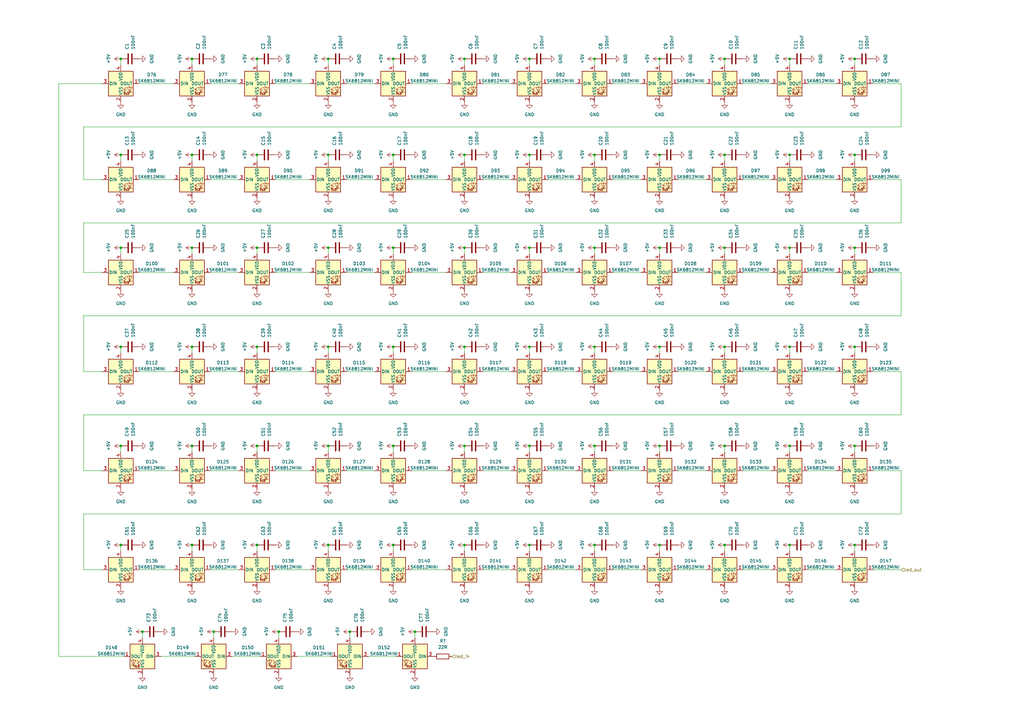
<source format=kicad_sch>
(kicad_sch (version 20230121) (generator eeschema)
  (paper "A3")
  (title_block (date "2023-08-15") (rev "0") (company "IsoKey - asterix24@gmail.com"))
  (junction (at 170.18 259.08))
  (junction (at 87.63 259.08))
  (junction (at 297.18 101.6))
  (junction (at 217.17 182.88))
  (junction (at 134.62 101.6))
  (junction (at 243.84 63.5))
  (junction (at 161.29 24.13))
  (junction (at 78.74 24.13))
  (junction (at 297.18 182.88))
  (junction (at 105.41 182.88))
  (junction (at 114.3 259.08))
  (junction (at 190.5 24.13))
  (junction (at 161.29 223.52))
  (junction (at 350.52 101.6))
  (junction (at 161.29 142.24))
  (junction (at 270.51 24.13))
  (junction (at 49.53 182.88))
  (junction (at 49.53 63.5))
  (junction (at 49.53 142.24))
  (junction (at 190.5 101.6))
  (junction (at 58.42 259.08))
  (junction (at 49.53 24.13))
  (junction (at 143.51 259.08))
  (junction (at 78.74 63.5))
  (junction (at 134.62 223.52))
  (junction (at 161.29 182.88))
  (junction (at 323.85 223.52))
  (junction (at 49.53 223.52))
  (junction (at 297.18 223.52))
  (junction (at 217.17 142.24))
  (junction (at 105.41 101.6))
  (junction (at 323.85 142.24))
  (junction (at 105.41 142.24))
  (junction (at 190.5 63.5))
  (junction (at 105.41 63.5))
  (junction (at 297.18 142.24))
  (junction (at 161.29 101.6))
  (junction (at 105.41 24.13))
  (junction (at 243.84 142.24))
  (junction (at 270.51 142.24))
  (junction (at 297.18 24.13))
  (junction (at 217.17 101.6))
  (junction (at 78.74 223.52))
  (junction (at 217.17 223.52))
  (junction (at 217.17 24.13))
  (junction (at 105.41 223.52))
  (junction (at 134.62 182.88))
  (junction (at 323.85 101.6))
  (junction (at 134.62 63.5))
  (junction (at 243.84 182.88))
  (junction (at 270.51 182.88))
  (junction (at 270.51 101.6))
  (junction (at 350.52 223.52))
  (junction (at 350.52 182.88))
  (junction (at 243.84 101.6))
  (junction (at 270.51 63.5))
  (junction (at 323.85 24.13))
  (junction (at 243.84 24.13))
  (junction (at 134.62 142.24))
  (junction (at 350.52 142.24))
  (junction (at 134.62 24.13))
  (junction (at 49.53 101.6))
  (junction (at 323.85 63.5))
  (junction (at 190.5 182.88))
  (junction (at 323.85 182.88))
  (junction (at 78.74 142.24))
  (junction (at 190.5 142.24))
  (junction (at 243.84 223.52))
  (junction (at 190.5 223.52))
  (junction (at 78.74 182.88))
  (junction (at 350.52 24.13))
  (junction (at 297.18 63.5))
  (junction (at 161.29 63.5))
  (junction (at 78.74 101.6))
  (junction (at 350.52 63.5))
  (junction (at 217.17 63.5))
  (junction (at 270.51 223.52))
  (wire (pts (xy 49.53 142.24) (xy 49.53 144.78)))
  (wire (pts (xy 323.85 223.52) (xy 323.85 226.06)))
  (wire (pts (xy 41.91 111.76) (xy 34.29 111.76)))
  (wire (pts (xy 161.29 142.24) (xy 161.29 144.78)))
  (wire (pts (xy 217.17 101.6) (xy 217.17 104.14)))
  (wire (pts (xy 369.57 170.18) (xy 369.57 152.4)))
  (wire (pts (xy 243.84 101.6) (xy 243.84 104.14)))
  (wire (pts (xy 49.53 182.88) (xy 49.53 185.42)))
  (wire (pts (xy 190.5 182.88) (xy 190.5 185.42)))
  (wire (pts (xy 78.74 142.24) (xy 78.74 144.78)))
  (wire (pts (xy 151.13 269.24) (xy 162.56 269.24)))
  (wire (pts (xy 243.84 24.13) (xy 243.84 26.67)))
  (wire (pts (xy 168.91 111.76) (xy 182.88 111.76)))
  (wire (pts (xy 224.79 233.68) (xy 236.22 233.68)))
  (wire (pts (xy 105.41 24.13) (xy 105.41 26.67)))
  (wire (pts (xy 78.74 24.13) (xy 78.74 26.67)))
  (wire (pts (xy 34.29 91.44) (xy 34.29 111.76)))
  (wire (pts (xy 78.74 101.6) (xy 78.74 104.14)))
  (wire (pts (xy 190.5 223.52) (xy 190.5 226.06)))
  (wire (pts (xy 113.03 73.66) (xy 127 73.66)))
  (wire (pts (xy 217.17 182.88) (xy 217.17 185.42)))
  (wire (pts (xy 41.91 73.66) (xy 34.29 73.66)))
  (wire (pts (xy 24.13 269.24) (xy 50.8 269.24)))
  (wire (pts (xy 251.46 34.29) (xy 262.89 34.29)))
  (wire (pts (xy 297.18 142.24) (xy 297.18 144.78)))
  (wire (pts (xy 168.91 193.04) (xy 182.88 193.04)))
  (wire (pts (xy 358.14 73.66) (xy 369.57 73.66)))
  (wire (pts (xy 304.8 193.04) (xy 316.23 193.04)))
  (wire (pts (xy 190.5 101.6) (xy 190.5 104.14)))
  (wire (pts (xy 323.85 101.6) (xy 323.85 104.14)))
  (wire (pts (xy 114.3 259.08) (xy 114.3 261.62)))
  (wire (pts (xy 34.29 210.82) (xy 34.29 233.68)))
  (wire (pts (xy 66.04 269.24) (xy 80.01 269.24)))
  (wire (pts (xy 34.29 129.54) (xy 34.29 152.4)))
  (wire (pts (xy 331.47 152.4) (xy 342.9 152.4)))
  (wire (pts (xy 323.85 182.88) (xy 323.85 185.42)))
  (wire (pts (xy 113.03 34.29) (xy 127 34.29)))
  (wire (pts (xy 278.13 193.04) (xy 289.56 193.04)))
  (wire (pts (xy 270.51 63.5) (xy 270.51 66.04)))
  (wire (pts (xy 134.62 142.24) (xy 134.62 144.78)))
  (wire (pts (xy 243.84 223.52) (xy 243.84 226.06)))
  (wire (pts (xy 251.46 193.04) (xy 262.89 193.04)))
  (wire (pts (xy 134.62 182.88) (xy 134.62 185.42)))
  (wire (pts (xy 297.18 182.88) (xy 297.18 185.42)))
  (wire (pts (xy 113.03 152.4) (xy 127 152.4)))
  (wire (pts (xy 270.51 101.6) (xy 270.51 104.14)))
  (wire (pts (xy 243.84 142.24) (xy 243.84 144.78)))
  (wire (pts (xy 331.47 34.29) (xy 342.9 34.29)))
  (wire (pts (xy 350.52 142.24) (xy 350.52 144.78)))
  (wire (pts (xy 358.14 111.76) (xy 369.57 111.76)))
  (wire (pts (xy 217.17 142.24) (xy 217.17 144.78)))
  (wire (pts (xy 224.79 34.29) (xy 236.22 34.29)))
  (wire (pts (xy 369.57 91.44) (xy 369.57 73.66)))
  (wire (pts (xy 358.14 152.4) (xy 369.57 152.4)))
  (wire (pts (xy 297.18 223.52) (xy 297.18 226.06)))
  (wire (pts (xy 57.15 73.66) (xy 71.12 73.66)))
  (wire (pts (xy 224.79 111.76) (xy 236.22 111.76)))
  (wire (pts (xy 134.62 63.5) (xy 134.62 66.04)))
  (wire (pts (xy 143.51 259.08) (xy 143.51 261.62)))
  (wire (pts (xy 278.13 233.68) (xy 289.56 233.68)))
  (wire (pts (xy 350.52 101.6) (xy 350.52 104.14)))
  (wire (pts (xy 198.12 233.68) (xy 209.55 233.68)))
  (wire (pts (xy 142.24 152.4) (xy 153.67 152.4)))
  (wire (pts (xy 198.12 34.29) (xy 209.55 34.29)))
  (wire (pts (xy 49.53 223.52) (xy 49.53 226.06)))
  (wire (pts (xy 198.12 111.76) (xy 209.55 111.76)))
  (wire (pts (xy 78.74 182.88) (xy 78.74 185.42)))
  (wire (pts (xy 34.29 73.66) (xy 34.29 52.07)))
  (wire (pts (xy 57.15 111.76) (xy 71.12 111.76)))
  (wire (pts (xy 57.15 34.29) (xy 71.12 34.29)))
  (wire (pts (xy 217.17 223.52) (xy 217.17 226.06)))
  (wire (pts (xy 142.24 233.68) (xy 153.67 233.68)))
  (wire (pts (xy 161.29 101.6) (xy 161.29 104.14)))
  (wire (pts (xy 350.52 24.13) (xy 350.52 26.67)))
  (wire (pts (xy 198.12 193.04) (xy 209.55 193.04)))
  (wire (pts (xy 358.14 193.04) (xy 369.57 193.04)))
  (wire (pts (xy 34.29 129.54) (xy 369.57 129.54)))
  (wire (pts (xy 350.52 63.5) (xy 350.52 66.04)))
  (wire (pts (xy 270.51 142.24) (xy 270.51 144.78)))
  (wire (pts (xy 304.8 34.29) (xy 316.23 34.29)))
  (wire (pts (xy 58.42 259.08) (xy 58.42 261.62)))
  (wire (pts (xy 304.8 233.68) (xy 316.23 233.68)))
  (wire (pts (xy 323.85 63.5) (xy 323.85 66.04)))
  (wire (pts (xy 243.84 182.88) (xy 243.84 185.42)))
  (wire (pts (xy 358.14 34.29) (xy 369.57 34.29)))
  (wire (pts (xy 331.47 111.76) (xy 342.9 111.76)))
  (wire (pts (xy 331.47 73.66) (xy 342.9 73.66)))
  (wire (pts (xy 86.36 73.66) (xy 97.79 73.66)))
  (wire (pts (xy 113.03 233.68) (xy 127 233.68)))
  (wire (pts (xy 190.5 63.5) (xy 190.5 66.04)))
  (wire (pts (xy 278.13 34.29) (xy 289.56 34.29)))
  (wire (pts (xy 105.41 63.5) (xy 105.41 66.04)))
  (wire (pts (xy 358.14 233.68) (xy 369.57 233.68)))
  (wire (pts (xy 168.91 152.4) (xy 182.88 152.4)))
  (wire (pts (xy 161.29 63.5) (xy 161.29 66.04)))
  (wire (pts (xy 350.52 223.52) (xy 350.52 226.06)))
  (wire (pts (xy 190.5 24.13) (xy 190.5 26.67)))
  (wire (pts (xy 224.79 193.04) (xy 236.22 193.04)))
  (wire (pts (xy 57.15 233.68) (xy 71.12 233.68)))
  (wire (pts (xy 57.15 193.04) (xy 71.12 193.04)))
  (wire (pts (xy 105.41 223.52) (xy 105.41 226.06)))
  (wire (pts (xy 105.41 101.6) (xy 105.41 104.14)))
  (wire (pts (xy 57.15 152.4) (xy 71.12 152.4)))
  (wire (pts (xy 24.13 34.29) (xy 24.13 269.24)))
  (wire (pts (xy 297.18 101.6) (xy 297.18 104.14)))
  (wire (pts (xy 49.53 24.13) (xy 49.53 26.67)))
  (wire (pts (xy 86.36 152.4) (xy 97.79 152.4)))
  (wire (pts (xy 304.8 152.4) (xy 316.23 152.4)))
  (wire (pts (xy 134.62 101.6) (xy 134.62 104.14)))
  (wire (pts (xy 251.46 152.4) (xy 262.89 152.4)))
  (wire (pts (xy 251.46 73.66) (xy 262.89 73.66)))
  (wire (pts (xy 161.29 223.52) (xy 161.29 226.06)))
  (wire (pts (xy 49.53 63.5) (xy 49.53 66.04)))
  (wire (pts (xy 278.13 152.4) (xy 289.56 152.4)))
  (wire (pts (xy 78.74 63.5) (xy 78.74 66.04)))
  (wire (pts (xy 34.29 210.82) (xy 369.57 210.82)))
  (wire (pts (xy 331.47 233.68) (xy 342.9 233.68)))
  (wire (pts (xy 142.24 73.66) (xy 153.67 73.66)))
  (wire (pts (xy 251.46 233.68) (xy 262.89 233.68)))
  (wire (pts (xy 304.8 73.66) (xy 316.23 73.66)))
  (wire (pts (xy 168.91 233.68) (xy 182.88 233.68)))
  (wire (pts (xy 170.18 259.08) (xy 170.18 261.62)))
  (wire (pts (xy 105.41 142.24) (xy 105.41 144.78)))
  (wire (pts (xy 113.03 111.76) (xy 127 111.76)))
  (wire (pts (xy 86.36 34.29) (xy 97.79 34.29)))
  (wire (pts (xy 134.62 24.13) (xy 134.62 26.67)))
  (wire (pts (xy 224.79 152.4) (xy 236.22 152.4)))
  (wire (pts (xy 34.29 91.44) (xy 369.57 91.44)))
  (wire (pts (xy 304.8 111.76) (xy 316.23 111.76)))
  (wire (pts (xy 24.13 34.29) (xy 41.91 34.29)))
  (wire (pts (xy 369.57 52.07) (xy 369.57 34.29)))
  (wire (pts (xy 34.29 170.18) (xy 34.29 193.04)))
  (wire (pts (xy 297.18 63.5) (xy 297.18 66.04)))
  (wire (pts (xy 331.47 193.04) (xy 342.9 193.04)))
  (wire (pts (xy 113.03 193.04) (xy 127 193.04)))
  (wire (pts (xy 297.18 24.13) (xy 297.18 26.67)))
  (wire (pts (xy 78.74 223.52) (xy 78.74 226.06)))
  (wire (pts (xy 34.29 52.07) (xy 369.57 52.07)))
  (wire (pts (xy 217.17 24.13) (xy 217.17 26.67)))
  (wire (pts (xy 270.51 24.13) (xy 270.51 26.67)))
  (wire (pts (xy 224.79 73.66) (xy 236.22 73.66)))
  (wire (pts (xy 134.62 223.52) (xy 134.62 226.06)))
  (wire (pts (xy 105.41 182.88) (xy 105.41 185.42)))
  (wire (pts (xy 243.84 63.5) (xy 243.84 66.04)))
  (wire (pts (xy 198.12 73.66) (xy 209.55 73.66)))
  (wire (pts (xy 323.85 142.24) (xy 323.85 144.78)))
  (wire (pts (xy 87.63 259.08) (xy 87.63 261.62)))
  (wire (pts (xy 323.85 24.13) (xy 323.85 26.67)))
  (wire (pts (xy 142.24 193.04) (xy 153.67 193.04)))
  (wire (pts (xy 34.29 233.68) (xy 41.91 233.68)))
  (wire (pts (xy 142.24 34.29) (xy 153.67 34.29)))
  (wire (pts (xy 86.36 233.68) (xy 97.79 233.68)))
  (wire (pts (xy 270.51 223.52) (xy 270.51 226.06)))
  (wire (pts (xy 350.52 182.88) (xy 350.52 185.42)))
  (wire (pts (xy 217.17 63.5) (xy 217.17 66.04)))
  (wire (pts (xy 34.29 170.18) (xy 369.57 170.18)))
  (wire (pts (xy 369.57 129.54) (xy 369.57 111.76)))
  (wire (pts (xy 49.53 101.6) (xy 49.53 104.14)))
  (wire (pts (xy 34.29 152.4) (xy 41.91 152.4)))
  (wire (pts (xy 278.13 73.66) (xy 289.56 73.66)))
  (wire (pts (xy 95.25 269.24) (xy 106.68 269.24)))
  (wire (pts (xy 86.36 193.04) (xy 97.79 193.04)))
  (wire (pts (xy 270.51 182.88) (xy 270.51 185.42)))
  (wire (pts (xy 168.91 73.66) (xy 182.88 73.66)))
  (wire (pts (xy 190.5 142.24) (xy 190.5 144.78)))
  (wire (pts (xy 34.29 193.04) (xy 41.91 193.04)))
  (wire (pts (xy 278.13 111.76) (xy 289.56 111.76)))
  (wire (pts (xy 142.24 111.76) (xy 153.67 111.76)))
  (wire (pts (xy 86.36 111.76) (xy 97.79 111.76)))
  (wire (pts (xy 161.29 24.13) (xy 161.29 26.67)))
  (wire (pts (xy 369.57 210.82) (xy 369.57 193.04)))
  (wire (pts (xy 161.29 182.88) (xy 161.29 185.42)))
  (wire (pts (xy 168.91 34.29) (xy 182.88 34.29)))
  (wire (pts (xy 198.12 152.4) (xy 209.55 152.4)))
  (wire (pts (xy 121.92 269.24) (xy 135.89 269.24)))
  (wire (pts (xy 251.46 111.76) (xy 262.89 111.76)))
  (hierarchical_label "led_in" (shape input) (at 185.42 269.24 0))
  (hierarchical_label "led_out" (shape input) (at 369.57 233.68 0))
  (symbol (lib_id "power:+5V") (at 217.17 142.24 90) (unit 1)
    (property "Reference" "#PWR0113" (effects hide))
    (property "Value" "+5V" (at 212.09 142.24 0))
  )
  (symbol (lib_id "power:+5V") (at 350.52 101.6 90) (unit 1)
    (property "Reference" "#PWR091" (effects hide))
    (property "Value" "+5V" (at 345.44 101.6 0))
  )
  (symbol (lib_id "power:GND") (at 57.15 24.13 90) (unit 1)
    (property "Reference" "#PWR02" (effects hide))
    (property "Value" "GND" (at 62.23 24.13 0))
  )
  (symbol (lib_id "power:GND") (at 142.24 223.52 90) (unit 1)
    (property "Reference" "#PWR0180" (effects hide))
    (property "Value" "GND" (at 147.32 223.52 0))
  )
  (symbol (lib_id "power:GND") (at 217.17 81.28 0) (unit 1)
    (property "Reference" "#PWR067" (effects hide))
    (property "Value" "GND" (at 217.17 86.36 0))
  )
  (symbol (lib_id "power:GND") (at 304.8 223.52 90) (unit 1)
    (property "Reference" "#PWR0192" (effects hide))
    (property "Value" "GND" (at 309.88 223.52 0))
  )
  (symbol (lib_id "Device:C") (at 247.65 142.24 90) (unit 1)
    (property "Reference" "C44" (at 246.38 138.43 0) (effects (justify left)))
    (property "Value" "100nF" (at 248.92 138.43 0) (effects (justify left)))
    (property "Footprint" "Capacitor_SMD:C_0603_1608Metric_Pad1.08x0.95mm_HandSolder" (effects hide))
  )
  (symbol (lib_id "Device:C") (at 53.34 223.52 90) (unit 1)
    (property "Reference" "C61" (at 52.07 219.71 0) (effects (justify left)))
    (property "Value" "100nF" (at 54.61 219.71 0) (effects (justify left)))
    (property "Footprint" "Capacitor_SMD:C_0603_1608Metric_Pad1.08x0.95mm_HandSolder" (effects hide))
  )
  (symbol (lib_id "power:GND") (at 251.46 182.88 90) (unit 1)
    (property "Reference" "#PWR0152" (effects hide))
    (property "Value" "GND" (at 256.54 182.88 0))
  )
  (symbol (lib_id "power:GND") (at 243.84 200.66 0) (unit 1)
    (property "Reference" "#PWR0168" (effects hide))
    (property "Value" "GND" (at 243.84 205.74 0))
  )
  (symbol (lib_id "power:+5V") (at 143.51 259.08 90) (unit 1)
    (property "Reference" "#PWR0215" (effects hide))
    (property "Value" "+5V" (at 138.43 259.08 0))
  )
  (symbol (lib_id "power:+5V") (at 243.84 223.52 90) (unit 1)
    (property "Reference" "#PWR0187" (effects hide))
    (property "Value" "+5V" (at 238.76 223.52 0))
  )
  (symbol (lib_id "power:+5V") (at 49.53 182.88 90) (unit 1)
    (property "Reference" "#PWR0137" (effects hide))
    (property "Value" "+5V" (at 44.45 182.88 0))
  )
  (symbol (lib_id "Device:C") (at 220.98 142.24 90) (unit 1)
    (property "Reference" "C43" (at 219.71 138.43 0) (effects (justify left)))
    (property "Value" "100nF" (at 222.25 138.43 0) (effects (justify left)))
    (property "Footprint" "Capacitor_SMD:C_0603_1608Metric_Pad1.08x0.95mm_HandSolder" (effects hide))
  )
  (symbol (lib_id "LED:SK6812MINI") (at 134.62 73.66 0) (unit 1)
    (property "Reference" "D91" (at 147.32 70.0121 0))
    (property "Value" "SK6812MINI" (at 147.32 72.5521 0))
    (property "Footprint" "LED_SMD:LED_SK6812MINI_PLCC4_3.5x3.5mm_P1.75mm" (effects hide))
    (property "Datasheet" "https://cdn-shop.adafruit.com/product-files/2686/SK6812MINI_REV.01-1-2.pdf" (effects hide))
  )
  (symbol (lib_id "LED:SK6812MINI") (at 58.42 269.24 0) (mirror y) (unit 1)
    (property "Reference" "D148" (at 45.72 265.5921 0))
    (property "Value" "SK6812MINI" (at 45.72 268.1321 0))
    (property "Footprint" "LED_SMD:LED_SK6812MINI_PLCC4_3.5x3.5mm_P1.75mm" (effects hide))
    (property "Datasheet" "https://cdn-shop.adafruit.com/product-files/2686/SK6812MINI_REV.01-1-2.pdf" (effects hide))
  )
  (symbol (lib_id "Device:C") (at 53.34 63.5 90) (unit 1)
    (property "Reference" "C13" (at 52.07 59.69 0) (effects (justify left)))
    (property "Value" "100nF" (at 54.61 59.69 0) (effects (justify left)))
    (property "Footprint" "Capacitor_SMD:C_0603_1608Metric_Pad1.08x0.95mm_HandSolder" (effects hide))
  )
  (symbol (lib_id "Device:C") (at 165.1 223.52 90) (unit 1)
    (property "Reference" "C65" (at 163.83 219.71 0) (effects (justify left)))
    (property "Value" "100nF" (at 166.37 219.71 0) (effects (justify left)))
    (property "Footprint" "Capacitor_SMD:C_0603_1608Metric_Pad1.08x0.95mm_HandSolder" (effects hide))
  )
  (symbol (lib_id "LED:SK6812MINI") (at 270.51 34.29 0) (unit 1)
    (property "Reference" "D84" (at 283.21 30.6421 0))
    (property "Value" "SK6812MINI" (at 283.21 33.1821 0))
    (property "Footprint" "LED_SMD:LED_SK6812MINI_PLCC4_3.5x3.5mm_P1.75mm" (effects hide))
    (property "Datasheet" "https://cdn-shop.adafruit.com/product-files/2686/SK6812MINI_REV.01-1-2.pdf" (effects hide))
  )
  (symbol (lib_id "power:GND") (at 304.8 182.88 90) (unit 1)
    (property "Reference" "#PWR0156" (effects hide))
    (property "Value" "GND" (at 309.88 182.88 0))
  )
  (symbol (lib_id "power:+5V") (at 350.52 182.88 90) (unit 1)
    (property "Reference" "#PWR0159" (effects hide))
    (property "Value" "+5V" (at 345.44 182.88 0))
  )
  (symbol (lib_id "power:GND") (at 161.29 241.3 0) (unit 1)
    (property "Reference" "#PWR0201" (effects hide))
    (property "Value" "GND" (at 161.29 246.38 0))
  )
  (symbol (lib_id "power:+5V") (at 87.63 259.08 90) (unit 1)
    (property "Reference" "#PWR0211" (effects hide))
    (property "Value" "+5V" (at 82.55 259.08 0))
  )
  (symbol (lib_id "power:+5V") (at 190.5 182.88 90) (unit 1)
    (property "Reference" "#PWR0147" (effects hide))
    (property "Value" "+5V" (at 185.42 182.88 0))
  )
  (symbol (lib_id "power:GND") (at 331.47 142.24 90) (unit 1)
    (property "Reference" "#PWR0122" (effects hide))
    (property "Value" "GND" (at 336.55 142.24 0))
  )
  (symbol (lib_id "power:+5V") (at 134.62 223.52 90) (unit 1)
    (property "Reference" "#PWR0179" (effects hide))
    (property "Value" "+5V" (at 129.54 223.52 0))
  )
  (symbol (lib_id "LED:SK6812MINI") (at 270.51 233.68 0) (unit 1)
    (property "Reference" "D144" (at 283.21 230.0321 0))
    (property "Value" "SK6812MINI" (at 283.21 232.5721 0))
    (property "Footprint" "LED_SMD:LED_SK6812MINI_PLCC4_3.5x3.5mm_P1.75mm" (effects hide))
    (property "Datasheet" "https://cdn-shop.adafruit.com/product-files/2686/SK6812MINI_REV.01-1-2.pdf" (effects hide))
  )
  (symbol (lib_id "power:GND") (at 297.18 160.02 0) (unit 1)
    (property "Reference" "#PWR0134" (effects hide))
    (property "Value" "GND" (at 297.18 165.1 0))
  )
  (symbol (lib_id "Device:C") (at 82.55 182.88 90) (unit 1)
    (property "Reference" "C50" (at 81.28 179.07 0) (effects (justify left)))
    (property "Value" "100nF" (at 83.82 179.07 0) (effects (justify left)))
    (property "Footprint" "Capacitor_SMD:C_0603_1608Metric_Pad1.08x0.95mm_HandSolder" (effects hide))
  )
  (symbol (lib_id "Device:C") (at 354.33 24.13 90) (unit 1)
    (property "Reference" "C12" (at 353.06 20.32 0) (effects (justify left)))
    (property "Value" "100nF" (at 355.6 20.32 0) (effects (justify left)))
    (property "Footprint" "Capacitor_SMD:C_0603_1608Metric_Pad1.08x0.95mm_HandSolder" (effects hide))
  )
  (symbol (lib_id "power:GND") (at 134.62 41.91 0) (unit 1)
    (property "Reference" "#PWR028" (effects hide))
    (property "Value" "GND" (at 134.62 46.99 0))
  )
  (symbol (lib_id "power:GND") (at 270.51 160.02 0) (unit 1)
    (property "Reference" "#PWR0133" (effects hide))
    (property "Value" "GND" (at 270.51 165.1 0))
  )
  (symbol (lib_id "power:GND") (at 323.85 41.91 0) (unit 1)
    (property "Reference" "#PWR035" (effects hide))
    (property "Value" "GND" (at 323.85 46.99 0))
  )
  (symbol (lib_id "LED:SK6812MINI") (at 217.17 111.76 0) (unit 1)
    (property "Reference" "D106" (at 229.87 108.1121 0))
    (property "Value" "SK6812MINI" (at 229.87 110.6521 0))
    (property "Footprint" "LED_SMD:LED_SK6812MINI_PLCC4_3.5x3.5mm_P1.75mm" (effects hide))
    (property "Datasheet" "https://cdn-shop.adafruit.com/product-files/2686/SK6812MINI_REV.01-1-2.pdf" (effects hide))
  )
  (symbol (lib_id "power:GND") (at 168.91 101.6 90) (unit 1)
    (property "Reference" "#PWR078" (effects hide))
    (property "Value" "GND" (at 173.99 101.6 0))
  )
  (symbol (lib_id "power:GND") (at 270.51 119.38 0) (unit 1)
    (property "Reference" "#PWR0234" (effects hide))
    (property "Value" "GND" (at 270.51 124.46 0))
  )
  (symbol (lib_id "power:+5V") (at 350.52 223.52 90) (unit 1)
    (property "Reference" "#PWR0195" (effects hide))
    (property "Value" "+5V" (at 345.44 223.52 0))
  )
  (symbol (lib_id "LED:SK6812MINI") (at 350.52 34.29 0) (unit 1)
    (property "Reference" "D87" (at 363.22 30.6421 0))
    (property "Value" "SK6812MINI" (at 363.22 33.1821 0))
    (property "Footprint" "LED_SMD:LED_SK6812MINI_PLCC4_3.5x3.5mm_P1.75mm" (effects hide))
    (property "Datasheet" "https://cdn-shop.adafruit.com/product-files/2686/SK6812MINI_REV.01-1-2.pdf" (effects hide))
  )
  (symbol (lib_id "power:+5V") (at 270.51 63.5 90) (unit 1)
    (property "Reference" "#PWR053" (effects hide))
    (property "Value" "+5V" (at 265.43 63.5 0))
  )
  (symbol (lib_id "power:GND") (at 251.46 101.6 90) (unit 1)
    (property "Reference" "#PWR084" (effects hide))
    (property "Value" "GND" (at 256.54 101.6 0))
  )
  (symbol (lib_id "Device:C") (at 109.22 223.52 90) (unit 1)
    (property "Reference" "C63" (at 107.95 219.71 0) (effects (justify left)))
    (property "Value" "100nF" (at 110.49 219.71 0) (effects (justify left)))
    (property "Footprint" "Capacitor_SMD:C_0603_1608Metric_Pad1.08x0.95mm_HandSolder" (effects hide))
  )
  (symbol (lib_id "power:+5V") (at 243.84 182.88 90) (unit 1)
    (property "Reference" "#PWR0151" (effects hide))
    (property "Value" "+5V" (at 238.76 182.88 0))
  )
  (symbol (lib_id "LED:SK6812MINI") (at 243.84 152.4 0) (unit 1)
    (property "Reference" "D119" (at 256.54 148.7521 0))
    (property "Value" "SK6812MINI" (at 256.54 151.2921 0))
    (property "Footprint" "LED_SMD:LED_SK6812MINI_PLCC4_3.5x3.5mm_P1.75mm" (effects hide))
    (property "Datasheet" "https://cdn-shop.adafruit.com/product-files/2686/SK6812MINI_REV.01-1-2.pdf" (effects hide))
  )
  (symbol (lib_id "LED:SK6812MINI") (at 243.84 34.29 0) (unit 1)
    (property "Reference" "D83" (at 256.54 30.6421 0))
    (property "Value" "SK6812MINI" (at 256.54 33.1821 0))
    (property "Footprint" "LED_SMD:LED_SK6812MINI_PLCC4_3.5x3.5mm_P1.75mm" (effects hide))
    (property "Datasheet" "https://cdn-shop.adafruit.com/product-files/2686/SK6812MINI_REV.01-1-2.pdf" (effects hide))
  )
  (symbol (lib_id "power:+5V") (at 161.29 223.52 90) (unit 1)
    (property "Reference" "#PWR0181" (effects hide))
    (property "Value" "+5V" (at 156.21 223.52 0))
  )
  (symbol (lib_id "Device:C") (at 194.31 24.13 90) (unit 1)
    (property "Reference" "C6" (at 193.04 20.32 0) (effects (justify left)))
    (property "Value" "100nF" (at 195.58 20.32 0) (effects (justify left)))
    (property "Footprint" "Capacitor_SMD:C_0603_1608Metric_Pad1.08x0.95mm_HandSolder" (effects hide))
  )
  (symbol (lib_id "power:+5V") (at 105.41 24.13 90) (unit 1)
    (property "Reference" "#PWR05" (effects hide))
    (property "Value" "+5V" (at 100.33 24.13 0))
  )
  (symbol (lib_id "power:GND") (at 297.18 119.38 0) (unit 1)
    (property "Reference" "#PWR0235" (effects hide))
    (property "Value" "GND" (at 297.18 124.46 0))
  )
  (symbol (lib_id "Device:C") (at 300.99 142.24 90) (unit 1)
    (property "Reference" "C46" (at 299.72 138.43 0) (effects (justify left)))
    (property "Value" "100nF" (at 302.26 138.43 0) (effects (justify left)))
    (property "Footprint" "Capacitor_SMD:C_0603_1608Metric_Pad1.08x0.95mm_HandSolder" (effects hide))
  )
  (symbol (lib_id "power:GND") (at 251.46 24.13 90) (unit 1)
    (property "Reference" "#PWR016" (effects hide))
    (property "Value" "GND" (at 256.54 24.13 0))
  )
  (symbol (lib_id "power:GND") (at 251.46 63.5 90) (unit 1)
    (property "Reference" "#PWR052" (effects hide))
    (property "Value" "GND" (at 256.54 63.5 0))
  )
  (symbol (lib_id "LED:SK6812MINI") (at 87.63 269.24 0) (mirror y) (unit 1)
    (property "Reference" "D149" (at 74.93 265.5921 0))
    (property "Value" "SK6812MINI" (at 74.93 268.1321 0))
    (property "Footprint" "LED_SMD:LED_SK6812MINI_PLCC4_3.5x3.5mm_P1.75mm" (effects hide))
    (property "Datasheet" "https://cdn-shop.adafruit.com/product-files/2686/SK6812MINI_REV.01-1-2.pdf" (effects hide))
  )
  (symbol (lib_id "LED:SK6812MINI") (at 350.52 233.68 0) (unit 1)
    (property "Reference" "D147" (at 363.22 230.0321 0))
    (property "Value" "SK6812MINI" (at 363.22 232.5721 0))
    (property "Footprint" "LED_SMD:LED_SK6812MINI_PLCC4_3.5x3.5mm_P1.75mm" (effects hide))
    (property "Datasheet" "https://cdn-shop.adafruit.com/product-files/2686/SK6812MINI_REV.01-1-2.pdf" (effects hide))
  )
  (symbol (lib_id "power:GND") (at 168.91 63.5 90) (unit 1)
    (property "Reference" "#PWR046" (effects hide))
    (property "Value" "GND" (at 173.99 63.5 0))
  )
  (symbol (lib_id "power:GND") (at 113.03 24.13 90) (unit 1)
    (property "Reference" "#PWR06" (effects hide))
    (property "Value" "GND" (at 118.11 24.13 0))
  )
  (symbol (lib_id "power:GND") (at 243.84 41.91 0) (unit 1)
    (property "Reference" "#PWR032" (effects hide))
    (property "Value" "GND" (at 243.84 46.99 0))
  )
  (symbol (lib_id "Device:C") (at 138.43 63.5 90) (unit 1)
    (property "Reference" "C16" (at 137.16 59.69 0) (effects (justify left)))
    (property "Value" "100nF" (at 139.7 59.69 0) (effects (justify left)))
    (property "Footprint" "Capacitor_SMD:C_0603_1608Metric_Pad1.08x0.95mm_HandSolder" (effects hide))
  )
  (symbol (lib_id "power:GND") (at 57.15 223.52 90) (unit 1)
    (property "Reference" "#PWR0174" (effects hide))
    (property "Value" "GND" (at 62.23 223.52 0))
  )
  (symbol (lib_id "Device:C") (at 82.55 63.5 90) (unit 1)
    (property "Reference" "C14" (at 81.28 59.69 0) (effects (justify left)))
    (property "Value" "100nF" (at 83.82 59.69 0) (effects (justify left)))
    (property "Footprint" "Capacitor_SMD:C_0603_1608Metric_Pad1.08x0.95mm_HandSolder" (effects hide))
  )
  (symbol (lib_id "power:GND") (at 278.13 24.13 90) (unit 1)
    (property "Reference" "#PWR018" (effects hide))
    (property "Value" "GND" (at 283.21 24.13 0))
  )
  (symbol (lib_id "Device:C") (at 274.32 101.6 90) (unit 1)
    (property "Reference" "C33" (at 273.05 97.79 0) (effects (justify left)))
    (property "Value" "100nF" (at 275.59 97.79 0) (effects (justify left)))
    (property "Footprint" "Capacitor_SMD:C_0603_1608Metric_Pad1.08x0.95mm_HandSolder" (effects hide))
  )
  (symbol (lib_id "power:GND") (at 323.85 241.3 0) (unit 1)
    (property "Reference" "#PWR0207" (effects hide))
    (property "Value" "GND" (at 323.85 246.38 0))
  )
  (symbol (lib_id "power:GND") (at 358.14 24.13 90) (unit 1)
    (property "Reference" "#PWR024" (effects hide))
    (property "Value" "GND" (at 363.22 24.13 0))
  )
  (symbol (lib_id "Device:C") (at 247.65 223.52 90) (unit 1)
    (property "Reference" "C68" (at 246.38 219.71 0) (effects (justify left)))
    (property "Value" "100nF" (at 248.92 219.71 0) (effects (justify left)))
    (property "Footprint" "Capacitor_SMD:C_0603_1608Metric_Pad1.08x0.95mm_HandSolder" (effects hide))
  )
  (symbol (lib_id "power:GND") (at 224.79 24.13 90) (unit 1)
    (property "Reference" "#PWR014" (effects hide))
    (property "Value" "GND" (at 229.87 24.13 0))
  )
  (symbol (lib_id "power:+5V") (at 297.18 182.88 90) (unit 1)
    (property "Reference" "#PWR0155" (effects hide))
    (property "Value" "+5V" (at 292.1 182.88 0))
  )
  (symbol (lib_id "power:GND") (at 78.74 81.28 0) (unit 1)
    (property "Reference" "#PWR062" (effects hide))
    (property "Value" "GND" (at 78.74 86.36 0))
  )
  (symbol (lib_id "power:GND") (at 217.17 200.66 0) (unit 1)
    (property "Reference" "#PWR0167" (effects hide))
    (property "Value" "GND" (at 217.17 205.74 0))
  )
  (symbol (lib_id "LED:SK6812MINI") (at 143.51 269.24 0) (mirror y) (unit 1)
    (property "Reference" "D151" (at 130.81 265.5921 0))
    (property "Value" "SK6812MINI" (at 130.81 268.1321 0))
    (property "Footprint" "LED_SMD:LED_SK6812MINI_PLCC4_3.5x3.5mm_P1.75mm" (effects hide))
    (property "Datasheet" "https://cdn-shop.adafruit.com/product-files/2686/SK6812MINI_REV.01-1-2.pdf" (effects hide))
  )
  (symbol (lib_id "power:GND") (at 190.5 160.02 0) (unit 1)
    (property "Reference" "#PWR0130" (effects hide))
    (property "Value" "GND" (at 190.5 165.1 0))
  )
  (symbol (lib_id "power:GND") (at 58.42 276.86 0) (unit 1)
    (property "Reference" "#PWR0218" (effects hide))
    (property "Value" "GND" (at 58.42 281.94 0))
  )
  (symbol (lib_id "power:GND") (at 134.62 119.38 0) (unit 1)
    (property "Reference" "#PWR096" (effects hide))
    (property "Value" "GND" (at 134.62 124.46 0))
  )
  (symbol (lib_id "LED:SK6812MINI") (at 105.41 111.76 0) (unit 1)
    (property "Reference" "D102" (at 118.11 108.1121 0))
    (property "Value" "SK6812MINI" (at 118.11 110.6521 0))
    (property "Footprint" "LED_SMD:LED_SK6812MINI_PLCC4_3.5x3.5mm_P1.75mm" (effects hide))
    (property "Datasheet" "https://cdn-shop.adafruit.com/product-files/2686/SK6812MINI_REV.01-1-2.pdf" (effects hide))
  )
  (symbol (lib_id "power:GND") (at 113.03 223.52 90) (unit 1)
    (property "Reference" "#PWR0178" (effects hide))
    (property "Value" "GND" (at 118.11 223.52 0))
  )
  (symbol (lib_id "LED:SK6812MINI") (at 49.53 233.68 0) (unit 1)
    (property "Reference" "D136" (at 62.23 230.0321 0))
    (property "Value" "SK6812MINI" (at 62.23 232.5721 0))
    (property "Footprint" "LED_SMD:LED_SK6812MINI_PLCC4_3.5x3.5mm_P1.75mm" (effects hide))
    (property "Datasheet" "https://cdn-shop.adafruit.com/product-files/2686/SK6812MINI_REV.01-1-2.pdf" (effects hide))
  )
  (symbol (lib_id "Device:C") (at 327.66 63.5 90) (unit 1)
    (property "Reference" "C23" (at 326.39 59.69 0) (effects (justify left)))
    (property "Value" "100nF" (at 328.93 59.69 0) (effects (justify left)))
    (property "Footprint" "Capacitor_SMD:C_0603_1608Metric_Pad1.08x0.95mm_HandSolder" (effects hide))
  )
  (symbol (lib_id "power:GND") (at 278.13 182.88 90) (unit 1)
    (property "Reference" "#PWR0154" (effects hide))
    (property "Value" "GND" (at 283.21 182.88 0))
  )
  (symbol (lib_id "power:+5V") (at 58.42 259.08 90) (unit 1)
    (property "Reference" "#PWR0209" (effects hide))
    (property "Value" "+5V" (at 53.34 259.08 0))
  )
  (symbol (lib_id "power:+5V") (at 161.29 101.6 90) (unit 1)
    (property "Reference" "#PWR077" (effects hide))
    (property "Value" "+5V" (at 156.21 101.6 0))
  )
  (symbol (lib_id "power:+5V") (at 243.84 142.24 90) (unit 1)
    (property "Reference" "#PWR0115" (effects hide))
    (property "Value" "+5V" (at 238.76 142.24 0))
  )
  (symbol (lib_id "LED:SK6812MINI") (at 134.62 233.68 0) (unit 1)
    (property "Reference" "D139" (at 147.32 230.0321 0))
    (property "Value" "SK6812MINI" (at 147.32 232.5721 0))
    (property "Footprint" "LED_SMD:LED_SK6812MINI_PLCC4_3.5x3.5mm_P1.75mm" (effects hide))
    (property "Datasheet" "https://cdn-shop.adafruit.com/product-files/2686/SK6812MINI_REV.01-1-2.pdf" (effects hide))
  )
  (symbol (lib_id "Device:C") (at 165.1 182.88 90) (unit 1)
    (property "Reference" "C53" (at 163.83 179.07 0) (effects (justify left)))
    (property "Value" "100nF" (at 166.37 179.07 0) (effects (justify left)))
    (property "Footprint" "Capacitor_SMD:C_0603_1608Metric_Pad1.08x0.95mm_HandSolder" (effects hide))
  )
  (symbol (lib_id "power:GND") (at 270.51 200.66 0) (unit 1)
    (property "Reference" "#PWR0169" (effects hide))
    (property "Value" "GND" (at 270.51 205.74 0))
  )
  (symbol (lib_id "LED:SK6812MINI") (at 78.74 152.4 0) (unit 1)
    (property "Reference" "D113" (at 91.44 148.7521 0))
    (property "Value" "SK6812MINI" (at 91.44 151.2921 0))
    (property "Footprint" "LED_SMD:LED_SK6812MINI_PLCC4_3.5x3.5mm_P1.75mm" (effects hide))
    (property "Datasheet" "https://cdn-shop.adafruit.com/product-files/2686/SK6812MINI_REV.01-1-2.pdf" (effects hide))
  )
  (symbol (lib_id "Device:C") (at 109.22 24.13 90) (unit 1)
    (property "Reference" "C3" (at 107.95 20.32 0) (effects (justify left)))
    (property "Value" "100nF" (at 110.49 20.32 0) (effects (justify left)))
    (property "Footprint" "Capacitor_SMD:C_0603_1608Metric_Pad1.08x0.95mm_HandSolder" (effects hide))
  )
  (symbol (lib_id "power:+5V") (at 217.17 63.5 90) (unit 1)
    (property "Reference" "#PWR049" (effects hide))
    (property "Value" "+5V" (at 212.09 63.5 0))
  )
  (symbol (lib_id "power:+5V") (at 323.85 142.24 90) (unit 1)
    (property "Reference" "#PWR0121" (effects hide))
    (property "Value" "+5V" (at 318.77 142.24 0))
  )
  (symbol (lib_id "power:+5V") (at 350.52 142.24 90) (unit 1)
    (property "Reference" "#PWR0123" (effects hide))
    (property "Value" "+5V" (at 345.44 142.24 0))
  )
  (symbol (lib_id "power:GND") (at 86.36 182.88 90) (unit 1)
    (property "Reference" "#PWR0140" (effects hide))
    (property "Value" "GND" (at 91.44 182.88 0))
  )
  (symbol (lib_id "power:GND") (at 134.62 81.28 0) (unit 1)
    (property "Reference" "#PWR064" (effects hide))
    (property "Value" "GND" (at 134.62 86.36 0))
  )
  (symbol (lib_id "Device:C") (at 274.32 24.13 90) (unit 1)
    (property "Reference" "C9" (at 273.05 20.32 0) (effects (justify left)))
    (property "Value" "100nF" (at 275.59 20.32 0) (effects (justify left)))
    (property "Footprint" "Capacitor_SMD:C_0603_1608Metric_Pad1.08x0.95mm_HandSolder" (effects hide))
  )
  (symbol (lib_id "Device:C") (at 300.99 63.5 90) (unit 1)
    (property "Reference" "C22" (at 299.72 59.69 0) (effects (justify left)))
    (property "Value" "100nF" (at 302.26 59.69 0) (effects (justify left)))
    (property "Footprint" "Capacitor_SMD:C_0603_1608Metric_Pad1.08x0.95mm_HandSolder" (effects hide))
  )
  (symbol (lib_id "power:+5V") (at 323.85 63.5 90) (unit 1)
    (property "Reference" "#PWR057" (effects hide))
    (property "Value" "+5V" (at 318.77 63.5 0))
  )
  (symbol (lib_id "power:+5V") (at 270.51 182.88 90) (unit 1)
    (property "Reference" "#PWR0153" (effects hide))
    (property "Value" "+5V" (at 265.43 182.88 0))
  )
  (symbol (lib_id "LED:SK6812MINI") (at 323.85 193.04 0) (unit 1)
    (property "Reference" "D134" (at 336.55 189.3921 0))
    (property "Value" "SK6812MINI" (at 336.55 191.9321 0))
    (property "Footprint" "LED_SMD:LED_SK6812MINI_PLCC4_3.5x3.5mm_P1.75mm" (effects hide))
    (property "Datasheet" "https://cdn-shop.adafruit.com/product-files/2686/SK6812MINI_REV.01-1-2.pdf" (effects hide))
  )
  (symbol (lib_id "Device:C") (at 118.11 259.08 90) (unit 1)
    (property "Reference" "C75" (at 116.84 255.27 0) (effects (justify left)))
    (property "Value" "100nF" (at 119.38 255.27 0) (effects (justify left)))
    (property "Footprint" "Capacitor_SMD:C_0603_1608Metric_Pad1.08x0.95mm_HandSolder" (effects hide))
  )
  (symbol (lib_id "LED:SK6812MINI") (at 297.18 152.4 0) (unit 1)
    (property "Reference" "D121" (at 309.88 148.7521 0))
    (property "Value" "SK6812MINI" (at 309.88 151.2921 0))
    (property "Footprint" "LED_SMD:LED_SK6812MINI_PLCC4_3.5x3.5mm_P1.75mm" (effects hide))
    (property "Datasheet" "https://cdn-shop.adafruit.com/product-files/2686/SK6812MINI_REV.01-1-2.pdf" (effects hide))
  )
  (symbol (lib_id "Device:C") (at 354.33 63.5 90) (unit 1)
    (property "Reference" "C24" (at 353.06 59.69 0) (effects (justify left)))
    (property "Value" "100nF" (at 355.6 59.69 0) (effects (justify left)))
    (property "Footprint" "Capacitor_SMD:C_0603_1608Metric_Pad1.08x0.95mm_HandSolder" (effects hide))
  )
  (symbol (lib_id "power:GND") (at 86.36 223.52 90) (unit 1)
    (property "Reference" "#PWR0176" (effects hide))
    (property "Value" "GND" (at 91.44 223.52 0))
  )
  (symbol (lib_id "power:GND") (at 134.62 241.3 0) (unit 1)
    (property "Reference" "#PWR0200" (effects hide))
    (property "Value" "GND" (at 134.62 246.38 0))
  )
  (symbol (lib_id "LED:SK6812MINI") (at 190.5 111.76 0) (unit 1)
    (property "Reference" "D105" (at 203.2 108.1121 0))
    (property "Value" "SK6812MINI" (at 203.2 110.6521 0))
    (property "Footprint" "LED_SMD:LED_SK6812MINI_PLCC4_3.5x3.5mm_P1.75mm" (effects hide))
    (property "Datasheet" "https://cdn-shop.adafruit.com/product-files/2686/SK6812MINI_REV.01-1-2.pdf" (effects hide))
  )
  (symbol (lib_id "Device:C") (at 165.1 142.24 90) (unit 1)
    (property "Reference" "C41" (at 163.83 138.43 0) (effects (justify left)))
    (property "Value" "100nF" (at 166.37 138.43 0) (effects (justify left)))
    (property "Footprint" "Capacitor_SMD:C_0603_1608Metric_Pad1.08x0.95mm_HandSolder" (effects hide))
  )
  (symbol (lib_id "power:+5V") (at 270.51 24.13 90) (unit 1)
    (property "Reference" "#PWR017" (effects hide))
    (property "Value" "+5V" (at 265.43 24.13 0))
  )
  (symbol (lib_id "power:+5V") (at 297.18 24.13 90) (unit 1)
    (property "Reference" "#PWR019" (effects hide))
    (property "Value" "+5V" (at 292.1 24.13 0))
  )
  (symbol (lib_id "power:GND") (at 331.47 223.52 90) (unit 1)
    (property "Reference" "#PWR0194" (effects hide))
    (property "Value" "GND" (at 336.55 223.52 0))
  )
  (symbol (lib_id "power:+5V") (at 243.84 63.5 90) (unit 1)
    (property "Reference" "#PWR051" (effects hide))
    (property "Value" "+5V" (at 238.76 63.5 0))
  )
  (symbol (lib_id "Device:C") (at 53.34 101.6 90) (unit 1)
    (property "Reference" "C25" (at 52.07 97.79 0) (effects (justify left)))
    (property "Value" "100nF" (at 54.61 97.79 0) (effects (justify left)))
    (property "Footprint" "Capacitor_SMD:C_0603_1608Metric_Pad1.08x0.95mm_HandSolder" (effects hide))
  )
  (symbol (lib_id "power:GND") (at 78.74 160.02 0) (unit 1)
    (property "Reference" "#PWR0126" (effects hide))
    (property "Value" "GND" (at 78.74 165.1 0))
  )
  (symbol (lib_id "power:GND") (at 190.5 241.3 0) (unit 1)
    (property "Reference" "#PWR0202" (effects hide))
    (property "Value" "GND" (at 190.5 246.38 0))
  )
  (symbol (lib_id "LED:SK6812MINI") (at 190.5 73.66 0) (unit 1)
    (property "Reference" "D93" (at 203.2 70.0121 0))
    (property "Value" "SK6812MINI" (at 203.2 72.5521 0))
    (property "Footprint" "LED_SMD:LED_SK6812MINI_PLCC4_3.5x3.5mm_P1.75mm" (effects hide))
    (property "Datasheet" "https://cdn-shop.adafruit.com/product-files/2686/SK6812MINI_REV.01-1-2.pdf" (effects hide))
  )
  (symbol (lib_id "power:+5V") (at 105.41 142.24 90) (unit 1)
    (property "Reference" "#PWR0105" (effects hide))
    (property "Value" "+5V" (at 100.33 142.24 0))
  )
  (symbol (lib_id "power:GND") (at 323.85 200.66 0) (unit 1)
    (property "Reference" "#PWR0171" (effects hide))
    (property "Value" "GND" (at 323.85 205.74 0))
  )
  (symbol (lib_id "power:GND") (at 151.13 259.08 90) (unit 1)
    (property "Reference" "#PWR0216" (effects hide))
    (property "Value" "GND" (at 156.21 259.08 0))
  )
  (symbol (lib_id "Device:C") (at 194.31 182.88 90) (unit 1)
    (property "Reference" "C54" (at 193.04 179.07 0) (effects (justify left)))
    (property "Value" "100nF" (at 195.58 179.07 0) (effects (justify left)))
    (property "Footprint" "Capacitor_SMD:C_0603_1608Metric_Pad1.08x0.95mm_HandSolder" (effects hide))
  )
  (symbol (lib_id "power:GND") (at 105.41 119.38 0) (unit 1)
    (property "Reference" "#PWR095" (effects hide))
    (property "Value" "GND" (at 105.41 124.46 0))
  )
  (symbol (lib_id "Device:C") (at 194.31 101.6 90) (unit 1)
    (property "Reference" "C30" (at 193.04 97.79 0) (effects (justify left)))
    (property "Value" "100nF" (at 195.58 97.79 0) (effects (justify left)))
    (property "Footprint" "Capacitor_SMD:C_0603_1608Metric_Pad1.08x0.95mm_HandSolder" (effects hide))
  )
  (symbol (lib_id "power:GND") (at 168.91 142.24 90) (unit 1)
    (property "Reference" "#PWR0110" (effects hide))
    (property "Value" "GND" (at 173.99 142.24 0))
  )
  (symbol (lib_id "power:GND") (at 350.52 119.38 0) (unit 1)
    (property "Reference" "#PWR0237" (effects hide))
    (property "Value" "GND" (at 350.52 124.46 0))
  )
  (symbol (lib_id "power:+5V") (at 323.85 24.13 90) (unit 1)
    (property "Reference" "#PWR021" (effects hide))
    (property "Value" "+5V" (at 318.77 24.13 0))
  )
  (symbol (lib_id "power:GND") (at 243.84 241.3 0) (unit 1)
    (property "Reference" "#PWR0204" (effects hide))
    (property "Value" "GND" (at 243.84 246.38 0))
  )
  (symbol (lib_id "Device:C") (at 220.98 101.6 90) (unit 1)
    (property "Reference" "C31" (at 219.71 97.79 0) (effects (justify left)))
    (property "Value" "100nF" (at 222.25 97.79 0) (effects (justify left)))
    (property "Footprint" "Capacitor_SMD:C_0603_1608Metric_Pad1.08x0.95mm_HandSolder" (effects hide))
  )
  (symbol (lib_id "power:GND") (at 323.85 119.38 0) (unit 1)
    (property "Reference" "#PWR0236" (effects hide))
    (property "Value" "GND" (at 323.85 124.46 0))
  )
  (symbol (lib_id "power:GND") (at 198.12 24.13 90) (unit 1)
    (property "Reference" "#PWR012" (effects hide))
    (property "Value" "GND" (at 203.2 24.13 0))
  )
  (symbol (lib_id "power:GND") (at 142.24 63.5 90) (unit 1)
    (property "Reference" "#PWR044" (effects hide))
    (property "Value" "GND" (at 147.32 63.5 0))
  )
  (symbol (lib_id "LED:SK6812MINI") (at 78.74 111.76 0) (unit 1)
    (property "Reference" "D101" (at 91.44 108.1121 0))
    (property "Value" "SK6812MINI" (at 91.44 110.6521 0))
    (property "Footprint" "LED_SMD:LED_SK6812MINI_PLCC4_3.5x3.5mm_P1.75mm" (effects hide))
    (property "Datasheet" "https://cdn-shop.adafruit.com/product-files/2686/SK6812MINI_REV.01-1-2.pdf" (effects hide))
  )
  (symbol (lib_id "LED:SK6812MINI") (at 134.62 193.04 0) (unit 1)
    (property "Reference" "D127" (at 147.32 189.3921 0))
    (property "Value" "SK6812MINI" (at 147.32 191.9321 0))
    (property "Footprint" "LED_SMD:LED_SK6812MINI_PLCC4_3.5x3.5mm_P1.75mm" (effects hide))
    (property "Datasheet" "https://cdn-shop.adafruit.com/product-files/2686/SK6812MINI_REV.01-1-2.pdf" (effects hide))
  )
  (symbol (lib_id "LED:SK6812MINI") (at 49.53 111.76 0) (unit 1)
    (property "Reference" "D100" (at 62.23 108.1121 0))
    (property "Value" "SK6812MINI" (at 62.23 110.6521 0))
    (property "Footprint" "LED_SMD:LED_SK6812MINI_PLCC4_3.5x3.5mm_P1.75mm" (effects hide))
    (property "Datasheet" "https://cdn-shop.adafruit.com/product-files/2686/SK6812MINI_REV.01-1-2.pdf" (effects hide))
  )
  (symbol (lib_id "LED:SK6812MINI") (at 217.17 73.66 0) (unit 1)
    (property "Reference" "D94" (at 229.87 70.0121 0))
    (property "Value" "SK6812MINI" (at 229.87 72.5521 0))
    (property "Footprint" "LED_SMD:LED_SK6812MINI_PLCC4_3.5x3.5mm_P1.75mm" (effects hide))
    (property "Datasheet" "https://cdn-shop.adafruit.com/product-files/2686/SK6812MINI_REV.01-1-2.pdf" (effects hide))
  )
  (symbol (lib_id "Device:C") (at 173.99 259.08 90) (unit 1)
    (property "Reference" "C77" (at 172.72 255.27 0) (effects (justify left)))
    (property "Value" "100nF" (at 175.26 255.27 0) (effects (justify left)))
    (property "Footprint" "Capacitor_SMD:C_0603_1608Metric_Pad1.08x0.95mm_HandSolder" (effects hide))
  )
  (symbol (lib_id "Device:C") (at 138.43 223.52 90) (unit 1)
    (property "Reference" "C64" (at 137.16 219.71 0) (effects (justify left)))
    (property "Value" "100nF" (at 139.7 219.71 0) (effects (justify left)))
    (property "Footprint" "Capacitor_SMD:C_0603_1608Metric_Pad1.08x0.95mm_HandSolder" (effects hide))
  )
  (symbol (lib_id "power:GND") (at 331.47 63.5 90) (unit 1)
    (property "Reference" "#PWR058" (effects hide))
    (property "Value" "GND" (at 336.55 63.5 0))
  )
  (symbol (lib_id "power:+5V") (at 78.74 63.5 90) (unit 1)
    (property "Reference" "#PWR039" (effects hide))
    (property "Value" "+5V" (at 73.66 63.5 0))
  )
  (symbol (lib_id "LED:SK6812MINI") (at 350.52 152.4 0) (unit 1)
    (property "Reference" "D123" (at 363.22 148.7521 0))
    (property "Value" "SK6812MINI" (at 363.22 151.2921 0))
    (property "Footprint" "LED_SMD:LED_SK6812MINI_PLCC4_3.5x3.5mm_P1.75mm" (effects hide))
    (property "Datasheet" "https://cdn-shop.adafruit.com/product-files/2686/SK6812MINI_REV.01-1-2.pdf" (effects hide))
  )
  (symbol (lib_id "power:GND") (at 49.53 41.91 0) (unit 1)
    (property "Reference" "#PWR025" (effects hide))
    (property "Value" "GND" (at 49.53 46.99 0))
  )
  (symbol (lib_id "power:+5V") (at 270.51 101.6 90) (unit 1)
    (property "Reference" "#PWR085" (effects hide))
    (property "Value" "+5V" (at 265.43 101.6 0))
  )
  (symbol (lib_id "Device:C") (at 220.98 24.13 90) (unit 1)
    (property "Reference" "C7" (at 219.71 20.32 0) (effects (justify left)))
    (property "Value" "100nF" (at 222.25 20.32 0) (effects (justify left)))
    (property "Footprint" "Capacitor_SMD:C_0603_1608Metric_Pad1.08x0.95mm_HandSolder" (effects hide))
  )
  (symbol (lib_id "power:+5V") (at 105.41 63.5 90) (unit 1)
    (property "Reference" "#PWR041" (effects hide))
    (property "Value" "+5V" (at 100.33 63.5 0))
  )
  (symbol (lib_id "power:+5V") (at 350.52 63.5 90) (unit 1)
    (property "Reference" "#PWR059" (effects hide))
    (property "Value" "+5V" (at 345.44 63.5 0))
  )
  (symbol (lib_id "power:GND") (at 304.8 142.24 90) (unit 1)
    (property "Reference" "#PWR0120" (effects hide))
    (property "Value" "GND" (at 309.88 142.24 0))
  )
  (symbol (lib_id "power:+5V") (at 78.74 142.24 90) (unit 1)
    (property "Reference" "#PWR0103" (effects hide))
    (property "Value" "+5V" (at 73.66 142.24 0))
  )
  (symbol (lib_id "Device:C") (at 220.98 223.52 90) (unit 1)
    (property "Reference" "C67" (at 219.71 219.71 0) (effects (justify left)))
    (property "Value" "100nF" (at 222.25 219.71 0) (effects (justify left)))
    (property "Footprint" "Capacitor_SMD:C_0603_1608Metric_Pad1.08x0.95mm_HandSolder" (effects hide))
  )
  (symbol (lib_id "power:+5V") (at 49.53 24.13 90) (unit 1)
    (property "Reference" "#PWR01" (effects hide))
    (property "Value" "+5V" (at 44.45 24.13 0))
  )
  (symbol (lib_id "power:GND") (at 251.46 223.52 90) (unit 1)
    (property "Reference" "#PWR0188" (effects hide))
    (property "Value" "GND" (at 256.54 223.52 0))
  )
  (symbol (lib_id "Device:C") (at 327.66 223.52 90) (unit 1)
    (property "Reference" "C71" (at 326.39 219.71 0) (effects (justify left)))
    (property "Value" "100nF" (at 328.93 219.71 0) (effects (justify left)))
    (property "Footprint" "Capacitor_SMD:C_0603_1608Metric_Pad1.08x0.95mm_HandSolder" (effects hide))
  )
  (symbol (lib_id "Device:C") (at 165.1 63.5 90) (unit 1)
    (property "Reference" "C17" (at 163.83 59.69 0) (effects (justify left)))
    (property "Value" "100nF" (at 166.37 59.69 0) (effects (justify left)))
    (property "Footprint" "Capacitor_SMD:C_0603_1608Metric_Pad1.08x0.95mm_HandSolder" (effects hide))
  )
  (symbol (lib_id "power:GND") (at 66.04 259.08 90) (unit 1)
    (property "Reference" "#PWR0210" (effects hide))
    (property "Value" "GND" (at 71.12 259.08 0))
  )
  (symbol (lib_id "Device:C") (at 194.31 63.5 90) (unit 1)
    (property "Reference" "C18" (at 193.04 59.69 0) (effects (justify left)))
    (property "Value" "100nF" (at 195.58 59.69 0) (effects (justify left)))
    (property "Footprint" "Capacitor_SMD:C_0603_1608Metric_Pad1.08x0.95mm_HandSolder" (effects hide))
  )
  (symbol (lib_id "power:GND") (at 78.74 241.3 0) (unit 1)
    (property "Reference" "#PWR0198" (effects hide))
    (property "Value" "GND" (at 78.74 246.38 0))
  )
  (symbol (lib_id "Device:C") (at 300.99 223.52 90) (unit 1)
    (property "Reference" "C70" (at 299.72 219.71 0) (effects (justify left)))
    (property "Value" "100nF" (at 302.26 219.71 0) (effects (justify left)))
    (property "Footprint" "Capacitor_SMD:C_0603_1608Metric_Pad1.08x0.95mm_HandSolder" (effects hide))
  )
  (symbol (lib_id "power:GND") (at 161.29 200.66 0) (unit 1)
    (property "Reference" "#PWR0165" (effects hide))
    (property "Value" "GND" (at 161.29 205.74 0))
  )
  (symbol (lib_id "Device:C") (at 194.31 142.24 90) (unit 1)
    (property "Reference" "C42" (at 193.04 138.43 0) (effects (justify left)))
    (property "Value" "100nF" (at 195.58 138.43 0) (effects (justify left)))
    (property "Footprint" "Capacitor_SMD:C_0603_1608Metric_Pad1.08x0.95mm_HandSolder" (effects hide))
  )
  (symbol (lib_id "power:GND") (at 134.62 160.02 0) (unit 1)
    (property "Reference" "#PWR0128" (effects hide))
    (property "Value" "GND" (at 134.62 165.1 0))
  )
  (symbol (lib_id "power:GND") (at 168.91 182.88 90) (unit 1)
    (property "Reference" "#PWR0146" (effects hide))
    (property "Value" "GND" (at 173.99 182.88 0))
  )
  (symbol (lib_id "power:GND") (at 113.03 101.6 90) (unit 1)
    (property "Reference" "#PWR074" (effects hide))
    (property "Value" "GND" (at 118.11 101.6 0))
  )
  (symbol (lib_id "power:GND") (at 350.52 81.28 0) (unit 1)
    (property "Reference" "#PWR0233" (effects hide))
    (property "Value" "GND" (at 350.52 86.36 0))
  )
  (symbol (lib_id "Device:C") (at 62.23 259.08 90) (unit 1)
    (property "Reference" "C73" (at 60.96 255.27 0) (effects (justify left)))
    (property "Value" "100nF" (at 63.5 255.27 0) (effects (justify left)))
    (property "Footprint" "Capacitor_SMD:C_0603_1608Metric_Pad1.08x0.95mm_HandSolder" (effects hide))
  )
  (symbol (lib_id "power:+5V") (at 217.17 223.52 90) (unit 1)
    (property "Reference" "#PWR0185" (effects hide))
    (property "Value" "+5V" (at 212.09 223.52 0))
  )
  (symbol (lib_id "power:+5V") (at 323.85 182.88 90) (unit 1)
    (property "Reference" "#PWR0157" (effects hide))
    (property "Value" "+5V" (at 318.77 182.88 0))
  )
  (symbol (lib_id "LED:SK6812MINI") (at 134.62 34.29 0) (unit 1)
    (property "Reference" "D79" (at 147.32 30.6421 0))
    (property "Value" "SK6812MINI" (at 147.32 33.1821 0))
    (property "Footprint" "LED_SMD:LED_SK6812MINI_PLCC4_3.5x3.5mm_P1.75mm" (effects hide))
    (property "Datasheet" "https://cdn-shop.adafruit.com/product-files/2686/SK6812MINI_REV.01-1-2.pdf" (effects hide))
  )
  (symbol (lib_id "power:GND") (at 198.12 223.52 90) (unit 1)
    (property "Reference" "#PWR0184" (effects hide))
    (property "Value" "GND" (at 203.2 223.52 0))
  )
  (symbol (lib_id "power:+5V") (at 350.52 24.13 90) (unit 1)
    (property "Reference" "#PWR023" (effects hide))
    (property "Value" "+5V" (at 345.44 24.13 0))
  )
  (symbol (lib_id "LED:SK6812MINI") (at 243.84 73.66 0) (unit 1)
    (property "Reference" "D95" (at 256.54 70.0121 0))
    (property "Value" "SK6812MINI" (at 256.54 72.5521 0))
    (property "Footprint" "LED_SMD:LED_SK6812MINI_PLCC4_3.5x3.5mm_P1.75mm" (effects hide))
    (property "Datasheet" "https://cdn-shop.adafruit.com/product-files/2686/SK6812MINI_REV.01-1-2.pdf" (effects hide))
  )
  (symbol (lib_id "Device:C") (at 82.55 24.13 90) (unit 1)
    (property "Reference" "C2" (at 81.28 20.32 0) (effects (justify left)))
    (property "Value" "100nF" (at 83.82 20.32 0) (effects (justify left)))
    (property "Footprint" "Capacitor_SMD:C_0603_1608Metric_Pad1.08x0.95mm_HandSolder" (effects hide))
  )
  (symbol (lib_id "power:GND") (at 350.52 41.91 0) (unit 1)
    (property "Reference" "#PWR036" (effects hide))
    (property "Value" "GND" (at 350.52 46.99 0))
  )
  (symbol (lib_id "power:GND") (at 142.24 101.6 90) (unit 1)
    (property "Reference" "#PWR076" (effects hide))
    (property "Value" "GND" (at 147.32 101.6 0))
  )
  (symbol (lib_id "power:+5V") (at 49.53 223.52 90) (unit 1)
    (property "Reference" "#PWR0173" (effects hide))
    (property "Value" "+5V" (at 44.45 223.52 0))
  )
  (symbol (lib_id "Device:C") (at 274.32 142.24 90) (unit 1)
    (property "Reference" "C45" (at 273.05 138.43 0) (effects (justify left)))
    (property "Value" "100nF" (at 275.59 138.43 0) (effects (justify left)))
    (property "Footprint" "Capacitor_SMD:C_0603_1608Metric_Pad1.08x0.95mm_HandSolder" (effects hide))
  )
  (symbol (lib_id "power:GND") (at 350.52 200.66 0) (unit 1)
    (property "Reference" "#PWR0172" (effects hide))
    (property "Value" "GND" (at 350.52 205.74 0))
  )
  (symbol (lib_id "power:+5V") (at 323.85 223.52 90) (unit 1)
    (property "Reference" "#PWR0193" (effects hide))
    (property "Value" "+5V" (at 318.77 223.52 0))
  )
  (symbol (lib_id "power:+5V") (at 78.74 101.6 90) (unit 1)
    (property "Reference" "#PWR071" (effects hide))
    (property "Value" "+5V" (at 73.66 101.6 0))
  )
  (symbol (lib_id "LED:SK6812MINI") (at 243.84 193.04 0) (unit 1)
    (property "Reference" "D131" (at 256.54 189.3921 0))
    (property "Value" "SK6812MINI" (at 256.54 191.9321 0))
    (property "Footprint" "LED_SMD:LED_SK6812MINI_PLCC4_3.5x3.5mm_P1.75mm" (effects hide))
    (property "Datasheet" "https://cdn-shop.adafruit.com/product-files/2686/SK6812MINI_REV.01-1-2.pdf" (effects hide))
  )
  (symbol (lib_id "power:+5V") (at 217.17 101.6 90) (unit 1)
    (property "Reference" "#PWR081" (effects hide))
    (property "Value" "+5V" (at 212.09 101.6 0))
  )
  (symbol (lib_id "power:+5V") (at 78.74 223.52 90) (unit 1)
    (property "Reference" "#PWR0175" (effects hide))
    (property "Value" "+5V" (at 73.66 223.52 0))
  )
  (symbol (lib_id "power:+5V") (at 297.18 101.6 90) (unit 1)
    (property "Reference" "#PWR087" (effects hide))
    (property "Value" "+5V" (at 292.1 101.6 0))
  )
  (symbol (lib_id "power:+5V") (at 134.62 24.13 90) (unit 1)
    (property "Reference" "#PWR07" (effects hide))
    (property "Value" "+5V" (at 129.54 24.13 0))
  )
  (symbol (lib_id "power:+5V") (at 297.18 223.52 90) (unit 1)
    (property "Reference" "#PWR0191" (effects hide))
    (property "Value" "+5V" (at 292.1 223.52 0))
  )
  (symbol (lib_id "power:+5V") (at 190.5 63.5 90) (unit 1)
    (property "Reference" "#PWR047" (effects hide))
    (property "Value" "+5V" (at 185.42 63.5 0))
  )
  (symbol (lib_id "power:+5V") (at 190.5 24.13 90) (unit 1)
    (property "Reference" "#PWR011" (effects hide))
    (property "Value" "+5V" (at 185.42 24.13 0))
  )
  (symbol (lib_id "Device:C") (at 327.66 24.13 90) (unit 1)
    (property "Reference" "C11" (at 326.39 20.32 0) (effects (justify left)))
    (property "Value" "100nF" (at 328.93 20.32 0) (effects (justify left)))
    (property "Footprint" "Capacitor_SMD:C_0603_1608Metric_Pad1.08x0.95mm_HandSolder" (effects hide))
  )
  (symbol (lib_id "power:GND") (at 49.53 81.28 0) (unit 1)
    (property "Reference" "#PWR061" (effects hide))
    (property "Value" "GND" (at 49.53 86.36 0))
  )
  (symbol (lib_id "power:GND") (at 142.24 182.88 90) (unit 1)
    (property "Reference" "#PWR0144" (effects hide))
    (property "Value" "GND" (at 147.32 182.88 0))
  )
  (symbol (lib_id "LED:SK6812MINI") (at 161.29 34.29 0) (unit 1)
    (property "Reference" "D80" (at 173.99 30.6421 0))
    (property "Value" "SK6812MINI" (at 173.99 33.1821 0))
    (property "Footprint" "LED_SMD:LED_SK6812MINI_PLCC4_3.5x3.5mm_P1.75mm" (effects hide))
    (property "Datasheet" "https://cdn-shop.adafruit.com/product-files/2686/SK6812MINI_REV.01-1-2.pdf" (effects hide))
  )
  (symbol (lib_id "power:GND") (at 105.41 200.66 0) (unit 1)
    (property "Reference" "#PWR0163" (effects hide))
    (property "Value" "GND" (at 105.41 205.74 0))
  )
  (symbol (lib_id "LED:SK6812MINI") (at 161.29 111.76 0) (unit 1)
    (property "Reference" "D104" (at 173.99 108.1121 0))
    (property "Value" "SK6812MINI" (at 173.99 110.6521 0))
    (property "Footprint" "LED_SMD:LED_SK6812MINI_PLCC4_3.5x3.5mm_P1.75mm" (effects hide))
    (property "Datasheet" "https://cdn-shop.adafruit.com/product-files/2686/SK6812MINI_REV.01-1-2.pdf" (effects hide))
  )
  (symbol (lib_id "power:GND") (at 278.13 63.5 90) (unit 1)
    (property "Reference" "#PWR054" (effects hide))
    (property "Value" "GND" (at 283.21 63.5 0))
  )
  (symbol (lib_id "power:GND") (at 224.79 142.24 90) (unit 1)
    (property "Reference" "#PWR0114" (effects hide))
    (property "Value" "GND" (at 229.87 142.24 0))
  )
  (symbol (lib_id "LED:SK6812MINI") (at 297.18 111.76 0) (unit 1)
    (property "Reference" "D109" (at 309.88 108.1121 0))
    (property "Value" "SK6812MINI" (at 309.88 110.6521 0))
    (property "Footprint" "LED_SMD:LED_SK6812MINI_PLCC4_3.5x3.5mm_P1.75mm" (effects hide))
    (property "Datasheet" "https://cdn-shop.adafruit.com/product-files/2686/SK6812MINI_REV.01-1-2.pdf" (effects hide))
  )
  (symbol (lib_id "LED:SK6812MINI") (at 217.17 34.29 0) (unit 1)
    (property "Reference" "D82" (at 229.87 30.6421 0))
    (property "Value" "SK6812MINI" (at 229.87 33.1821 0))
    (property "Footprint" "LED_SMD:LED_SK6812MINI_PLCC4_3.5x3.5mm_P1.75mm" (effects hide))
    (property "Datasheet" "https://cdn-shop.adafruit.com/product-files/2686/SK6812MINI_REV.01-1-2.pdf" (effects hide))
  )
  (symbol (lib_id "LED:SK6812MINI") (at 161.29 73.66 0) (unit 1)
    (property "Reference" "D92" (at 173.99 70.0121 0))
    (property "Value" "SK6812MINI" (at 173.99 72.5521 0))
    (property "Footprint" "LED_SMD:LED_SK6812MINI_PLCC4_3.5x3.5mm_P1.75mm" (effects hide))
    (property "Datasheet" "https://cdn-shop.adafruit.com/product-files/2686/SK6812MINI_REV.01-1-2.pdf" (effects hide))
  )
  (symbol (lib_id "power:GND") (at 168.91 24.13 90) (unit 1)
    (property "Reference" "#PWR010" (effects hide))
    (property "Value" "GND" (at 173.99 24.13 0))
  )
  (symbol (lib_id "power:GND") (at 49.53 119.38 0) (unit 1)
    (property "Reference" "#PWR093" (effects hide))
    (property "Value" "GND" (at 49.53 124.46 0))
  )
  (symbol (lib_id "power:GND") (at 297.18 41.91 0) (unit 1)
    (property "Reference" "#PWR034" (effects hide))
    (property "Value" "GND" (at 297.18 46.99 0))
  )
  (symbol (lib_id "power:GND") (at 358.14 182.88 90) (unit 1)
    (property "Reference" "#PWR0160" (effects hide))
    (property "Value" "GND" (at 363.22 182.88 0))
  )
  (symbol (lib_id "LED:SK6812MINI") (at 105.41 193.04 0) (unit 1)
    (property "Reference" "D126" (at 118.11 189.3921 0))
    (property "Value" "SK6812MINI" (at 118.11 191.9321 0))
    (property "Footprint" "LED_SMD:LED_SK6812MINI_PLCC4_3.5x3.5mm_P1.75mm" (effects hide))
    (property "Datasheet" "https://cdn-shop.adafruit.com/product-files/2686/SK6812MINI_REV.01-1-2.pdf" (effects hide))
  )
  (symbol (lib_id "power:+5V") (at 105.41 223.52 90) (unit 1)
    (property "Reference" "#PWR0177" (effects hide))
    (property "Value" "+5V" (at 100.33 223.52 0))
  )
  (symbol (lib_id "power:GND") (at 177.8 259.08 90) (unit 1)
    (property "Reference" "#PWR0229" (effects hide))
    (property "Value" "GND" (at 182.88 259.08 0))
  )
  (symbol (lib_id "power:GND") (at 331.47 101.6 90) (unit 1)
    (property "Reference" "#PWR090" (effects hide))
    (property "Value" "GND" (at 336.55 101.6 0))
  )
  (symbol (lib_id "Device:R") (at 181.61 269.24 270) (mirror x) (unit 1)
    (property "Reference" "R?" (at 181.61 262.89 90))
    (property "Value" "22R" (at 181.61 265.43 90))
    (property "Footprint" "Resistor_SMD:R_0603_1608Metric_Pad0.98x0.95mm_HandSolder" (effects hide))
    (instances (project "isokey" (path "" (reference "R?") (unit 1)) (path "" (reference "R21") (unit 1))))
  )
  (symbol (lib_id "LED:SK6812MINI") (at 114.3 269.24 0) (mirror y) (unit 1)
    (property "Reference" "D150" (at 101.6 265.5921 0))
    (property "Value" "SK6812MINI" (at 101.6 268.1321 0))
    (property "Footprint" "LED_SMD:LED_SK6812MINI_PLCC4_3.5x3.5mm_P1.75mm" (effects hide))
    (property "Datasheet" "https://cdn-shop.adafruit.com/product-files/2686/SK6812MINI_REV.01-1-2.pdf" (effects hide))
  )
  (symbol (lib_id "power:+5V") (at 217.17 182.88 90) (unit 1)
    (property "Reference" "#PWR0149" (effects hide))
    (property "Value" "+5V" (at 212.09 182.88 0))
  )
  (symbol (lib_id "Device:C") (at 109.22 101.6 90) (unit 1)
    (property "Reference" "C27" (at 107.95 97.79 0) (effects (justify left)))
    (property "Value" "100nF" (at 110.49 97.79 0) (effects (justify left)))
    (property "Footprint" "Capacitor_SMD:C_0603_1608Metric_Pad1.08x0.95mm_HandSolder" (effects hide))
  )
  (symbol (lib_id "power:GND") (at 270.51 241.3 0) (unit 1)
    (property "Reference" "#PWR0205" (effects hide))
    (property "Value" "GND" (at 270.51 246.38 0))
  )
  (symbol (lib_id "LED:SK6812MINI") (at 78.74 233.68 0) (unit 1)
    (property "Reference" "D137" (at 91.44 230.0321 0))
    (property "Value" "SK6812MINI" (at 91.44 232.5721 0))
    (property "Footprint" "LED_SMD:LED_SK6812MINI_PLCC4_3.5x3.5mm_P1.75mm" (effects hide))
    (property "Datasheet" "https://cdn-shop.adafruit.com/product-files/2686/SK6812MINI_REV.01-1-2.pdf" (effects hide))
  )
  (symbol (lib_id "power:GND") (at 358.14 101.6 90) (unit 1)
    (property "Reference" "#PWR092" (effects hide))
    (property "Value" "GND" (at 363.22 101.6 0))
  )
  (symbol (lib_id "power:GND") (at 198.12 182.88 90) (unit 1)
    (property "Reference" "#PWR0148" (effects hide))
    (property "Value" "GND" (at 203.2 182.88 0))
  )
  (symbol (lib_id "Device:C") (at 82.55 223.52 90) (unit 1)
    (property "Reference" "C62" (at 81.28 219.71 0) (effects (justify left)))
    (property "Value" "100nF" (at 83.82 219.71 0) (effects (justify left)))
    (property "Footprint" "Capacitor_SMD:C_0603_1608Metric_Pad1.08x0.95mm_HandSolder" (effects hide))
  )
  (symbol (lib_id "power:GND") (at 142.24 142.24 90) (unit 1)
    (property "Reference" "#PWR0108" (effects hide))
    (property "Value" "GND" (at 147.32 142.24 0))
  )
  (symbol (lib_id "Device:C") (at 109.22 63.5 90) (unit 1)
    (property "Reference" "C15" (at 107.95 59.69 0) (effects (justify left)))
    (property "Value" "100nF" (at 110.49 59.69 0) (effects (justify left)))
    (property "Footprint" "Capacitor_SMD:C_0603_1608Metric_Pad1.08x0.95mm_HandSolder" (effects hide))
  )
  (symbol (lib_id "Device:C") (at 91.44 259.08 90) (unit 1)
    (property "Reference" "C74" (at 90.17 255.27 0) (effects (justify left)))
    (property "Value" "100nF" (at 92.71 255.27 0) (effects (justify left)))
    (property "Footprint" "Capacitor_SMD:C_0603_1608Metric_Pad1.08x0.95mm_HandSolder" (effects hide))
  )
  (symbol (lib_id "power:GND") (at 297.18 200.66 0) (unit 1)
    (property "Reference" "#PWR0170" (effects hide))
    (property "Value" "GND" (at 297.18 205.74 0))
  )
  (symbol (lib_id "Device:C") (at 109.22 142.24 90) (unit 1)
    (property "Reference" "C39" (at 107.95 138.43 0) (effects (justify left)))
    (property "Value" "100nF" (at 110.49 138.43 0) (effects (justify left)))
    (property "Footprint" "Capacitor_SMD:C_0603_1608Metric_Pad1.08x0.95mm_HandSolder" (effects hide))
  )
  (symbol (lib_id "LED:SK6812MINI") (at 78.74 34.29 0) (unit 1)
    (property "Reference" "D77" (at 91.44 30.6421 0))
    (property "Value" "SK6812MINI" (at 91.44 33.1821 0))
    (property "Footprint" "LED_SMD:LED_SK6812MINI_PLCC4_3.5x3.5mm_P1.75mm" (effects hide))
    (property "Datasheet" "https://cdn-shop.adafruit.com/product-files/2686/SK6812MINI_REV.01-1-2.pdf" (effects hide))
  )
  (symbol (lib_id "LED:SK6812MINI") (at 217.17 233.68 0) (unit 1)
    (property "Reference" "D142" (at 229.87 230.0321 0))
    (property "Value" "SK6812MINI" (at 229.87 232.5721 0))
    (property "Footprint" "LED_SMD:LED_SK6812MINI_PLCC4_3.5x3.5mm_P1.75mm" (effects hide))
    (property "Datasheet" "https://cdn-shop.adafruit.com/product-files/2686/SK6812MINI_REV.01-1-2.pdf" (effects hide))
  )
  (symbol (lib_id "power:GND") (at 224.79 223.52 90) (unit 1)
    (property "Reference" "#PWR0186" (effects hide))
    (property "Value" "GND" (at 229.87 223.52 0))
  )
  (symbol (lib_id "LED:SK6812MINI") (at 243.84 233.68 0) (unit 1)
    (property "Reference" "D143" (at 256.54 230.0321 0))
    (property "Value" "SK6812MINI" (at 256.54 232.5721 0))
    (property "Footprint" "LED_SMD:LED_SK6812MINI_PLCC4_3.5x3.5mm_P1.75mm" (effects hide))
    (property "Datasheet" "https://cdn-shop.adafruit.com/product-files/2686/SK6812MINI_REV.01-1-2.pdf" (effects hide))
  )
  (symbol (lib_id "power:+5V") (at 190.5 142.24 90) (unit 1)
    (property "Reference" "#PWR0111" (effects hide))
    (property "Value" "+5V" (at 185.42 142.24 0))
  )
  (symbol (lib_id "power:+5V") (at 49.53 101.6 90) (unit 1)
    (property "Reference" "#PWR069" (effects hide))
    (property "Value" "+5V" (at 44.45 101.6 0))
  )
  (symbol (lib_id "LED:SK6812MINI") (at 270.51 152.4 0) (unit 1)
    (property "Reference" "D120" (at 283.21 148.7521 0))
    (property "Value" "SK6812MINI" (at 283.21 151.2921 0))
    (property "Footprint" "LED_SMD:LED_SK6812MINI_PLCC4_3.5x3.5mm_P1.75mm" (effects hide))
    (property "Datasheet" "https://cdn-shop.adafruit.com/product-files/2686/SK6812MINI_REV.01-1-2.pdf" (effects hide))
  )
  (symbol (lib_id "LED:SK6812MINI") (at 243.84 111.76 0) (unit 1)
    (property "Reference" "D107" (at 256.54 108.1121 0))
    (property "Value" "SK6812MINI" (at 256.54 110.6521 0))
    (property "Footprint" "LED_SMD:LED_SK6812MINI_PLCC4_3.5x3.5mm_P1.75mm" (effects hide))
    (property "Datasheet" "https://cdn-shop.adafruit.com/product-files/2686/SK6812MINI_REV.01-1-2.pdf" (effects hide))
  )
  (symbol (lib_id "power:+5V") (at 49.53 63.5 90) (unit 1)
    (property "Reference" "#PWR037" (effects hide))
    (property "Value" "+5V" (at 44.45 63.5 0))
  )
  (symbol (lib_id "power:GND") (at 278.13 142.24 90) (unit 1)
    (property "Reference" "#PWR0118" (effects hide))
    (property "Value" "GND" (at 283.21 142.24 0))
  )
  (symbol (lib_id "power:GND") (at 49.53 200.66 0) (unit 1)
    (property "Reference" "#PWR0161" (effects hide))
    (property "Value" "GND" (at 49.53 205.74 0))
  )
  (symbol (lib_id "power:GND") (at 243.84 81.28 0) (unit 1)
    (property "Reference" "#PWR068" (effects hide))
    (property "Value" "GND" (at 243.84 86.36 0))
  )
  (symbol (lib_id "power:+5V") (at 297.18 63.5 90) (unit 1)
    (property "Reference" "#PWR055" (effects hide))
    (property "Value" "+5V" (at 292.1 63.5 0))
  )
  (symbol (lib_id "Device:C") (at 327.66 101.6 90) (unit 1)
    (property "Reference" "C35" (at 326.39 97.79 0) (effects (justify left)))
    (property "Value" "100nF" (at 328.93 97.79 0) (effects (justify left)))
    (property "Footprint" "Capacitor_SMD:C_0603_1608Metric_Pad1.08x0.95mm_HandSolder" (effects hide))
  )
  (symbol (lib_id "power:+5V") (at 190.5 101.6 90) (unit 1)
    (property "Reference" "#PWR079" (effects hide))
    (property "Value" "+5V" (at 185.42 101.6 0))
  )
  (symbol (lib_id "Device:C") (at 82.55 101.6 90) (unit 1)
    (property "Reference" "C26" (at 81.28 97.79 0) (effects (justify left)))
    (property "Value" "100nF" (at 83.82 97.79 0) (effects (justify left)))
    (property "Footprint" "Capacitor_SMD:C_0603_1608Metric_Pad1.08x0.95mm_HandSolder" (effects hide))
  )
  (symbol (lib_id "power:+5V") (at 270.51 223.52 90) (unit 1)
    (property "Reference" "#PWR0189" (effects hide))
    (property "Value" "+5V" (at 265.43 223.52 0))
  )
  (symbol (lib_id "power:GND") (at 217.17 41.91 0) (unit 1)
    (property "Reference" "#PWR031" (effects hide))
    (property "Value" "GND" (at 217.17 46.99 0))
  )
  (symbol (lib_id "LED:SK6812MINI") (at 323.85 73.66 0) (unit 1)
    (property "Reference" "D98" (at 336.55 70.0121 0))
    (property "Value" "SK6812MINI" (at 336.55 72.5521 0))
    (property "Footprint" "LED_SMD:LED_SK6812MINI_PLCC4_3.5x3.5mm_P1.75mm" (effects hide))
    (property "Datasheet" "https://cdn-shop.adafruit.com/product-files/2686/SK6812MINI_REV.01-1-2.pdf" (effects hide))
  )
  (symbol (lib_id "Device:C") (at 53.34 182.88 90) (unit 1)
    (property "Reference" "C49" (at 52.07 179.07 0) (effects (justify left)))
    (property "Value" "100nF" (at 54.61 179.07 0) (effects (justify left)))
    (property "Footprint" "Capacitor_SMD:C_0603_1608Metric_Pad1.08x0.95mm_HandSolder" (effects hide))
  )
  (symbol (lib_id "LED:SK6812MINI") (at 270.51 111.76 0) (unit 1)
    (property "Reference" "D108" (at 283.21 108.1121 0))
    (property "Value" "SK6812MINI" (at 283.21 110.6521 0))
    (property "Footprint" "LED_SMD:LED_SK6812MINI_PLCC4_3.5x3.5mm_P1.75mm" (effects hide))
    (property "Datasheet" "https://cdn-shop.adafruit.com/product-files/2686/SK6812MINI_REV.01-1-2.pdf" (effects hide))
  )
  (symbol (lib_id "Device:C") (at 327.66 182.88 90) (unit 1)
    (property "Reference" "C59" (at 326.39 179.07 0) (effects (justify left)))
    (property "Value" "100nF" (at 328.93 179.07 0) (effects (justify left)))
    (property "Footprint" "Capacitor_SMD:C_0603_1608Metric_Pad1.08x0.95mm_HandSolder" (effects hide))
  )
  (symbol (lib_id "power:GND") (at 243.84 160.02 0) (unit 1)
    (property "Reference" "#PWR0132" (effects hide))
    (property "Value" "GND" (at 243.84 165.1 0))
  )
  (symbol (lib_id "LED:SK6812MINI") (at 350.52 193.04 0) (unit 1)
    (property "Reference" "D135" (at 363.22 189.3921 0))
    (property "Value" "SK6812MINI" (at 363.22 191.9321 0))
    (property "Footprint" "LED_SMD:LED_SK6812MINI_PLCC4_3.5x3.5mm_P1.75mm" (effects hide))
    (property "Datasheet" "https://cdn-shop.adafruit.com/product-files/2686/SK6812MINI_REV.01-1-2.pdf" (effects hide))
  )
  (symbol (lib_id "Device:C") (at 220.98 182.88 90) (unit 1)
    (property "Reference" "C55" (at 219.71 179.07 0) (effects (justify left)))
    (property "Value" "100nF" (at 222.25 179.07 0) (effects (justify left)))
    (property "Footprint" "Capacitor_SMD:C_0603_1608Metric_Pad1.08x0.95mm_HandSolder" (effects hide))
  )
  (symbol (lib_id "Device:C") (at 138.43 182.88 90) (unit 1)
    (property "Reference" "C52" (at 137.16 179.07 0) (effects (justify left)))
    (property "Value" "100nF" (at 139.7 179.07 0) (effects (justify left)))
    (property "Footprint" "Capacitor_SMD:C_0603_1608Metric_Pad1.08x0.95mm_HandSolder" (effects hide))
  )
  (symbol (lib_id "power:GND") (at 224.79 63.5 90) (unit 1)
    (property "Reference" "#PWR050" (effects hide))
    (property "Value" "GND" (at 229.87 63.5 0))
  )
  (symbol (lib_id "power:+5V") (at 105.41 101.6 90) (unit 1)
    (property "Reference" "#PWR073" (effects hide))
    (property "Value" "+5V" (at 100.33 101.6 0))
  )
  (symbol (lib_id "Device:C") (at 138.43 101.6 90) (unit 1)
    (property "Reference" "C28" (at 137.16 97.79 0) (effects (justify left)))
    (property "Value" "100nF" (at 139.7 97.79 0) (effects (justify left)))
    (property "Footprint" "Capacitor_SMD:C_0603_1608Metric_Pad1.08x0.95mm_HandSolder" (effects hide))
  )
  (symbol (lib_id "LED:SK6812MINI") (at 161.29 152.4 0) (unit 1)
    (property "Reference" "D116" (at 173.99 148.7521 0))
    (property "Value" "SK6812MINI" (at 173.99 151.2921 0))
    (property "Footprint" "LED_SMD:LED_SK6812MINI_PLCC4_3.5x3.5mm_P1.75mm" (effects hide))
    (property "Datasheet" "https://cdn-shop.adafruit.com/product-files/2686/SK6812MINI_REV.01-1-2.pdf" (effects hide))
  )
  (symbol (lib_id "Device:C") (at 220.98 63.5 90) (unit 1)
    (property "Reference" "C19" (at 219.71 59.69 0) (effects (justify left)))
    (property "Value" "100nF" (at 222.25 59.69 0) (effects (justify left)))
    (property "Footprint" "Capacitor_SMD:C_0603_1608Metric_Pad1.08x0.95mm_HandSolder" (effects hide))
  )
  (symbol (lib_id "LED:SK6812MINI") (at 350.52 73.66 0) (unit 1)
    (property "Reference" "D99" (at 363.22 70.0121 0))
    (property "Value" "SK6812MINI" (at 363.22 72.5521 0))
    (property "Footprint" "LED_SMD:LED_SK6812MINI_PLCC4_3.5x3.5mm_P1.75mm" (effects hide))
    (property "Datasheet" "https://cdn-shop.adafruit.com/product-files/2686/SK6812MINI_REV.01-1-2.pdf" (effects hide))
  )
  (symbol (lib_id "power:GND") (at 358.14 142.24 90) (unit 1)
    (property "Reference" "#PWR0124" (effects hide))
    (property "Value" "GND" (at 363.22 142.24 0))
  )
  (symbol (lib_id "power:GND") (at 86.36 63.5 90) (unit 1)
    (property "Reference" "#PWR040" (effects hide))
    (property "Value" "GND" (at 91.44 63.5 0))
  )
  (symbol (lib_id "power:GND") (at 86.36 24.13 90) (unit 1)
    (property "Reference" "#PWR04" (effects hide))
    (property "Value" "GND" (at 91.44 24.13 0))
  )
  (symbol (lib_id "power:+5V") (at 49.53 142.24 90) (unit 1)
    (property "Reference" "#PWR0101" (effects hide))
    (property "Value" "+5V" (at 44.45 142.24 0))
  )
  (symbol (lib_id "power:GND") (at 105.41 81.28 0) (unit 1)
    (property "Reference" "#PWR063" (effects hide))
    (property "Value" "GND" (at 105.41 86.36 0))
  )
  (symbol (lib_id "LED:SK6812MINI") (at 297.18 34.29 0) (unit 1)
    (property "Reference" "D85" (at 309.88 30.6421 0))
    (property "Value" "SK6812MINI" (at 309.88 33.1821 0))
    (property "Footprint" "LED_SMD:LED_SK6812MINI_PLCC4_3.5x3.5mm_P1.75mm" (effects hide))
    (property "Datasheet" "https://cdn-shop.adafruit.com/product-files/2686/SK6812MINI_REV.01-1-2.pdf" (effects hide))
  )
  (symbol (lib_id "Device:C") (at 247.65 63.5 90) (unit 1)
    (property "Reference" "C20" (at 246.38 59.69 0) (effects (justify left)))
    (property "Value" "100nF" (at 248.92 59.69 0) (effects (justify left)))
    (property "Footprint" "Capacitor_SMD:C_0603_1608Metric_Pad1.08x0.95mm_HandSolder" (effects hide))
  )
  (symbol (lib_id "power:GND") (at 86.36 142.24 90) (unit 1)
    (property "Reference" "#PWR0104" (effects hide))
    (property "Value" "GND" (at 91.44 142.24 0))
  )
  (symbol (lib_id "Device:C") (at 194.31 223.52 90) (unit 1)
    (property "Reference" "C66" (at 193.04 219.71 0) (effects (justify left)))
    (property "Value" "100nF" (at 195.58 219.71 0) (effects (justify left)))
    (property "Footprint" "Capacitor_SMD:C_0603_1608Metric_Pad1.08x0.95mm_HandSolder" (effects hide))
  )
  (symbol (lib_id "power:GND") (at 86.36 101.6 90) (unit 1)
    (property "Reference" "#PWR072" (effects hide))
    (property "Value" "GND" (at 91.44 101.6 0))
  )
  (symbol (lib_id "Device:C") (at 354.33 101.6 90) (unit 1)
    (property "Reference" "C36" (at 353.06 97.79 0) (effects (justify left)))
    (property "Value" "100nF" (at 355.6 97.79 0) (effects (justify left)))
    (property "Footprint" "Capacitor_SMD:C_0603_1608Metric_Pad1.08x0.95mm_HandSolder" (effects hide))
  )
  (symbol (lib_id "LED:SK6812MINI") (at 105.41 152.4 0) (unit 1)
    (property "Reference" "D114" (at 118.11 148.7521 0))
    (property "Value" "SK6812MINI" (at 118.11 151.2921 0))
    (property "Footprint" "LED_SMD:LED_SK6812MINI_PLCC4_3.5x3.5mm_P1.75mm" (effects hide))
    (property "Datasheet" "https://cdn-shop.adafruit.com/product-files/2686/SK6812MINI_REV.01-1-2.pdf" (effects hide))
  )
  (symbol (lib_id "power:GND") (at 121.92 259.08 90) (unit 1)
    (property "Reference" "#PWR0214" (effects hide))
    (property "Value" "GND" (at 127 259.08 0))
  )
  (symbol (lib_id "power:GND") (at 95.25 259.08 90) (unit 1)
    (property "Reference" "#PWR0212" (effects hide))
    (property "Value" "GND" (at 100.33 259.08 0))
  )
  (symbol (lib_id "power:GND") (at 57.15 63.5 90) (unit 1)
    (property "Reference" "#PWR038" (effects hide))
    (property "Value" "GND" (at 62.23 63.5 0))
  )
  (symbol (lib_id "power:GND") (at 49.53 160.02 0) (unit 1)
    (property "Reference" "#PWR0125" (effects hide))
    (property "Value" "GND" (at 49.53 165.1 0))
  )
  (symbol (lib_id "LED:SK6812MINI") (at 134.62 152.4 0) (unit 1)
    (property "Reference" "D115" (at 147.32 148.7521 0))
    (property "Value" "SK6812MINI" (at 147.32 151.2921 0))
    (property "Footprint" "LED_SMD:LED_SK6812MINI_PLCC4_3.5x3.5mm_P1.75mm" (effects hide))
    (property "Datasheet" "https://cdn-shop.adafruit.com/product-files/2686/SK6812MINI_REV.01-1-2.pdf" (effects hide))
  )
  (symbol (lib_id "LED:SK6812MINI") (at 161.29 233.68 0) (unit 1)
    (property "Reference" "D140" (at 173.99 230.0321 0))
    (property "Value" "SK6812MINI" (at 173.99 232.5721 0))
    (property "Footprint" "LED_SMD:LED_SK6812MINI_PLCC4_3.5x3.5mm_P1.75mm" (effects hide))
    (property "Datasheet" "https://cdn-shop.adafruit.com/product-files/2686/SK6812MINI_REV.01-1-2.pdf" (effects hide))
  )
  (symbol (lib_id "LED:SK6812MINI") (at 105.41 34.29 0) (unit 1)
    (property "Reference" "D78" (at 118.11 30.6421 0))
    (property "Value" "SK6812MINI" (at 118.11 33.1821 0))
    (property "Footprint" "LED_SMD:LED_SK6812MINI_PLCC4_3.5x3.5mm_P1.75mm" (effects hide))
    (property "Datasheet" "https://cdn-shop.adafruit.com/product-files/2686/SK6812MINI_REV.01-1-2.pdf" (effects hide))
  )
  (symbol (lib_id "LED:SK6812MINI") (at 190.5 34.29 0) (unit 1)
    (property "Reference" "D81" (at 203.2 30.6421 0))
    (property "Value" "SK6812MINI" (at 203.2 33.1821 0))
    (property "Footprint" "LED_SMD:LED_SK6812MINI_PLCC4_3.5x3.5mm_P1.75mm" (effects hide))
    (property "Datasheet" "https://cdn-shop.adafruit.com/product-files/2686/SK6812MINI_REV.01-1-2.pdf" (effects hide))
  )
  (symbol (lib_id "LED:SK6812MINI") (at 217.17 152.4 0) (unit 1)
    (property "Reference" "D118" (at 229.87 148.7521 0))
    (property "Value" "SK6812MINI" (at 229.87 151.2921 0))
    (property "Footprint" "LED_SMD:LED_SK6812MINI_PLCC4_3.5x3.5mm_P1.75mm" (effects hide))
    (property "Datasheet" "https://cdn-shop.adafruit.com/product-files/2686/SK6812MINI_REV.01-1-2.pdf" (effects hide))
  )
  (symbol (lib_id "power:GND") (at 57.15 182.88 90) (unit 1)
    (property "Reference" "#PWR0138" (effects hide))
    (property "Value" "GND" (at 62.23 182.88 0))
  )
  (symbol (lib_id "power:GND") (at 217.17 241.3 0) (unit 1)
    (property "Reference" "#PWR0203" (effects hide))
    (property "Value" "GND" (at 217.17 246.38 0))
  )
  (symbol (lib_id "LED:SK6812MINI") (at 270.51 73.66 0) (unit 1)
    (property "Reference" "D96" (at 283.21 70.0121 0))
    (property "Value" "SK6812MINI" (at 283.21 72.5521 0))
    (property "Footprint" "LED_SMD:LED_SK6812MINI_PLCC4_3.5x3.5mm_P1.75mm" (effects hide))
    (property "Datasheet" "https://cdn-shop.adafruit.com/product-files/2686/SK6812MINI_REV.01-1-2.pdf" (effects hide))
  )
  (symbol (lib_id "power:GND") (at 224.79 182.88 90) (unit 1)
    (property "Reference" "#PWR0150" (effects hide))
    (property "Value" "GND" (at 229.87 182.88 0))
  )
  (symbol (lib_id "power:GND") (at 190.5 41.91 0) (unit 1)
    (property "Reference" "#PWR030" (effects hide))
    (property "Value" "GND" (at 190.5 46.99 0))
  )
  (symbol (lib_id "LED:SK6812MINI") (at 190.5 152.4 0) (unit 1)
    (property "Reference" "D117" (at 203.2 148.7521 0))
    (property "Value" "SK6812MINI" (at 203.2 151.2921 0))
    (property "Footprint" "LED_SMD:LED_SK6812MINI_PLCC4_3.5x3.5mm_P1.75mm" (effects hide))
    (property "Datasheet" "https://cdn-shop.adafruit.com/product-files/2686/SK6812MINI_REV.01-1-2.pdf" (effects hide))
  )
  (symbol (lib_id "power:GND") (at 217.17 160.02 0) (unit 1)
    (property "Reference" "#PWR0131" (effects hide))
    (property "Value" "GND" (at 217.17 165.1 0))
  )
  (symbol (lib_id "LED:SK6812MINI") (at 161.29 193.04 0) (unit 1)
    (property "Reference" "D128" (at 173.99 189.3921 0))
    (property "Value" "SK6812MINI" (at 173.99 191.9321 0))
    (property "Footprint" "LED_SMD:LED_SK6812MINI_PLCC4_3.5x3.5mm_P1.75mm" (effects hide))
    (property "Datasheet" "https://cdn-shop.adafruit.com/product-files/2686/SK6812MINI_REV.01-1-2.pdf" (effects hide))
  )
  (symbol (lib_id "power:+5V") (at 297.18 142.24 90) (unit 1)
    (property "Reference" "#PWR0119" (effects hide))
    (property "Value" "+5V" (at 292.1 142.24 0))
  )
  (symbol (lib_id "Device:C") (at 274.32 63.5 90) (unit 1)
    (property "Reference" "C21" (at 273.05 59.69 0) (effects (justify left)))
    (property "Value" "100nF" (at 275.59 59.69 0) (effects (justify left)))
    (property "Footprint" "Capacitor_SMD:C_0603_1608Metric_Pad1.08x0.95mm_HandSolder" (effects hide))
  )
  (symbol (lib_id "LED:SK6812MINI") (at 105.41 233.68 0) (unit 1)
    (property "Reference" "D138" (at 118.11 230.0321 0))
    (property "Value" "SK6812MINI" (at 118.11 232.5721 0))
    (property "Footprint" "LED_SMD:LED_SK6812MINI_PLCC4_3.5x3.5mm_P1.75mm" (effects hide))
    (property "Datasheet" "https://cdn-shop.adafruit.com/product-files/2686/SK6812MINI_REV.01-1-2.pdf" (effects hide))
  )
  (symbol (lib_id "LED:SK6812MINI") (at 134.62 111.76 0) (unit 1)
    (property "Reference" "D103" (at 147.32 108.1121 0))
    (property "Value" "SK6812MINI" (at 147.32 110.6521 0))
    (property "Footprint" "LED_SMD:LED_SK6812MINI_PLCC4_3.5x3.5mm_P1.75mm" (effects hide))
    (property "Datasheet" "https://cdn-shop.adafruit.com/product-files/2686/SK6812MINI_REV.01-1-2.pdf" (effects hide))
  )
  (symbol (lib_id "power:+5V") (at 161.29 24.13 90) (unit 1)
    (property "Reference" "#PWR09" (effects hide))
    (property "Value" "+5V" (at 156.21 24.13 0))
  )
  (symbol (lib_id "power:GND") (at 190.5 81.28 0) (unit 1)
    (property "Reference" "#PWR066" (effects hide))
    (property "Value" "GND" (at 190.5 86.36 0))
  )
  (symbol (lib_id "LED:SK6812MINI") (at 190.5 193.04 0) (unit 1)
    (property "Reference" "D129" (at 203.2 189.3921 0))
    (property "Value" "SK6812MINI" (at 203.2 191.9321 0))
    (property "Footprint" "LED_SMD:LED_SK6812MINI_PLCC4_3.5x3.5mm_P1.75mm" (effects hide))
    (property "Datasheet" "https://cdn-shop.adafruit.com/product-files/2686/SK6812MINI_REV.01-1-2.pdf" (effects hide))
  )
  (symbol (lib_id "Device:C") (at 274.32 182.88 90) (unit 1)
    (property "Reference" "C57" (at 273.05 179.07 0) (effects (justify left)))
    (property "Value" "100nF" (at 275.59 179.07 0) (effects (justify left)))
    (property "Footprint" "Capacitor_SMD:C_0603_1608Metric_Pad1.08x0.95mm_HandSolder" (effects hide))
  )
  (symbol (lib_id "power:GND") (at 49.53 241.3 0) (unit 1)
    (property "Reference" "#PWR0197" (effects hide))
    (property "Value" "GND" (at 49.53 246.38 0))
  )
  (symbol (lib_id "power:+5V") (at 114.3 259.08 90) (unit 1)
    (property "Reference" "#PWR0213" (effects hide))
    (property "Value" "+5V" (at 109.22 259.08 0))
  )
  (symbol (lib_id "Device:C") (at 165.1 24.13 90) (unit 1)
    (property "Reference" "C5" (at 163.83 20.32 0) (effects (justify left)))
    (property "Value" "100nF" (at 166.37 20.32 0) (effects (justify left)))
    (property "Footprint" "Capacitor_SMD:C_0603_1608Metric_Pad1.08x0.95mm_HandSolder" (effects hide))
  )
  (symbol (lib_id "power:GND") (at 350.52 241.3 0) (unit 1)
    (property "Reference" "#PWR0208" (effects hide))
    (property "Value" "GND" (at 350.52 246.38 0))
  )
  (symbol (lib_id "power:+5V") (at 217.17 24.13 90) (unit 1)
    (property "Reference" "#PWR013" (effects hide))
    (property "Value" "+5V" (at 212.09 24.13 0))
  )
  (symbol (lib_id "power:GND") (at 113.03 182.88 90) (unit 1)
    (property "Reference" "#PWR0142" (effects hide))
    (property "Value" "GND" (at 118.11 182.88 0))
  )
  (symbol (lib_id "power:+5V") (at 161.29 182.88 90) (unit 1)
    (property "Reference" "#PWR0145" (effects hide))
    (property "Value" "+5V" (at 156.21 182.88 0))
  )
  (symbol (lib_id "power:GND") (at 105.41 241.3 0) (unit 1)
    (property "Reference" "#PWR0199" (effects hide))
    (property "Value" "GND" (at 105.41 246.38 0))
  )
  (symbol (lib_id "power:GND") (at 78.74 41.91 0) (unit 1)
    (property "Reference" "#PWR026" (effects hide))
    (property "Value" "GND" (at 78.74 46.99 0))
  )
  (symbol (lib_id "Device:C") (at 82.55 142.24 90) (unit 1)
    (property "Reference" "C38" (at 81.28 138.43 0) (effects (justify left)))
    (property "Value" "100nF" (at 83.82 138.43 0) (effects (justify left)))
    (property "Footprint" "Capacitor_SMD:C_0603_1608Metric_Pad1.08x0.95mm_HandSolder" (effects hide))
  )
  (symbol (lib_id "Device:C") (at 53.34 142.24 90) (unit 1)
    (property "Reference" "C37" (at 52.07 138.43 0) (effects (justify left)))
    (property "Value" "100nF" (at 54.61 138.43 0) (effects (justify left)))
    (property "Footprint" "Capacitor_SMD:C_0603_1608Metric_Pad1.08x0.95mm_HandSolder" (effects hide))
  )
  (symbol (lib_id "power:GND") (at 358.14 63.5 90) (unit 1)
    (property "Reference" "#PWR060" (effects hide))
    (property "Value" "GND" (at 363.22 63.5 0))
  )
  (symbol (lib_id "Device:C") (at 300.99 24.13 90) (unit 1)
    (property "Reference" "C10" (at 299.72 20.32 0) (effects (justify left)))
    (property "Value" "100nF" (at 302.26 20.32 0) (effects (justify left)))
    (property "Footprint" "Capacitor_SMD:C_0603_1608Metric_Pad1.08x0.95mm_HandSolder" (effects hide))
  )
  (symbol (lib_id "power:+5V") (at 170.18 259.08 90) (unit 1)
    (property "Reference" "#PWR0217" (effects hide))
    (property "Value" "+5V" (at 165.1 259.08 0))
  )
  (symbol (lib_id "power:GND") (at 161.29 160.02 0) (unit 1)
    (property "Reference" "#PWR0129" (effects hide))
    (property "Value" "GND" (at 161.29 165.1 0))
  )
  (symbol (lib_id "power:GND") (at 278.13 101.6 90) (unit 1)
    (property "Reference" "#PWR086" (effects hide))
    (property "Value" "GND" (at 283.21 101.6 0))
  )
  (symbol (lib_id "power:GND") (at 57.15 142.24 90) (unit 1)
    (property "Reference" "#PWR0102" (effects hide))
    (property "Value" "GND" (at 62.23 142.24 0))
  )
  (symbol (lib_id "power:+5V") (at 134.62 63.5 90) (unit 1)
    (property "Reference" "#PWR043" (effects hide))
    (property "Value" "+5V" (at 129.54 63.5 0))
  )
  (symbol (lib_id "Device:C") (at 247.65 24.13 90) (unit 1)
    (property "Reference" "C8" (at 246.38 20.32 0) (effects (justify left)))
    (property "Value" "100nF" (at 248.92 20.32 0) (effects (justify left)))
    (property "Footprint" "Capacitor_SMD:C_0603_1608Metric_Pad1.08x0.95mm_HandSolder" (effects hide))
  )
  (symbol (lib_id "LED:SK6812MINI") (at 350.52 111.76 0) (unit 1)
    (property "Reference" "D111" (at 363.22 108.1121 0))
    (property "Value" "SK6812MINI" (at 363.22 110.6521 0))
    (property "Footprint" "LED_SMD:LED_SK6812MINI_PLCC4_3.5x3.5mm_P1.75mm" (effects hide))
    (property "Datasheet" "https://cdn-shop.adafruit.com/product-files/2686/SK6812MINI_REV.01-1-2.pdf" (effects hide))
  )
  (symbol (lib_id "power:GND") (at 168.91 223.52 90) (unit 1)
    (property "Reference" "#PWR0182" (effects hide))
    (property "Value" "GND" (at 173.99 223.52 0))
  )
  (symbol (lib_id "power:+5V") (at 243.84 101.6 90) (unit 1)
    (property "Reference" "#PWR083" (effects hide))
    (property "Value" "+5V" (at 238.76 101.6 0))
  )
  (symbol (lib_id "LED:SK6812MINI") (at 49.53 34.29 0) (unit 1)
    (property "Reference" "D76" (at 62.23 30.6421 0))
    (property "Value" "SK6812MINI" (at 62.23 33.1821 0))
    (property "Footprint" "LED_SMD:LED_SK6812MINI_PLCC4_3.5x3.5mm_P1.75mm" (effects hide))
    (property "Datasheet" "https://cdn-shop.adafruit.com/product-files/2686/SK6812MINI_REV.01-1-2.pdf" (effects hide))
  )
  (symbol (lib_id "LED:SK6812MINI") (at 78.74 193.04 0) (unit 1)
    (property "Reference" "D125" (at 91.44 189.3921 0))
    (property "Value" "SK6812MINI" (at 91.44 191.9321 0))
    (property "Footprint" "LED_SMD:LED_SK6812MINI_PLCC4_3.5x3.5mm_P1.75mm" (effects hide))
    (property "Datasheet" "https://cdn-shop.adafruit.com/product-files/2686/SK6812MINI_REV.01-1-2.pdf" (effects hide))
  )
  (symbol (lib_id "power:+5V") (at 78.74 182.88 90) (unit 1)
    (property "Reference" "#PWR0139" (effects hide))
    (property "Value" "+5V" (at 73.66 182.88 0))
  )
  (symbol (lib_id "power:+5V") (at 161.29 142.24 90) (unit 1)
    (property "Reference" "#PWR0109" (effects hide))
    (property "Value" "+5V" (at 156.21 142.24 0))
  )
  (symbol (lib_id "power:GND") (at 304.8 101.6 90) (unit 1)
    (property "Reference" "#PWR088" (effects hide))
    (property "Value" "GND" (at 309.88 101.6 0))
  )
  (symbol (lib_id "power:GND") (at 251.46 142.24 90) (unit 1)
    (property "Reference" "#PWR0116" (effects hide))
    (property "Value" "GND" (at 256.54 142.24 0))
  )
  (symbol (lib_id "Device:C") (at 147.32 259.08 90) (unit 1)
    (property "Reference" "C76" (at 146.05 255.27 0) (effects (justify left)))
    (property "Value" "100nF" (at 148.59 255.27 0) (effects (justify left)))
    (property "Footprint" "Capacitor_SMD:C_0603_1608Metric_Pad1.08x0.95mm_HandSolder" (effects hide))
  )
  (symbol (lib_id "power:GND") (at 358.14 223.52 90) (unit 1)
    (property "Reference" "#PWR0196" (effects hide))
    (property "Value" "GND" (at 363.22 223.52 0))
  )
  (symbol (lib_id "power:GND") (at 217.17 119.38 0) (unit 1)
    (property "Reference" "#PWR099" (effects hide))
    (property "Value" "GND" (at 217.17 124.46 0))
  )
  (symbol (lib_id "LED:SK6812MINI") (at 297.18 73.66 0) (unit 1)
    (property "Reference" "D97" (at 309.88 70.0121 0))
    (property "Value" "SK6812MINI" (at 309.88 72.5521 0))
    (property "Footprint" "LED_SMD:LED_SK6812MINI_PLCC4_3.5x3.5mm_P1.75mm" (effects hide))
    (property "Datasheet" "https://cdn-shop.adafruit.com/product-files/2686/SK6812MINI_REV.01-1-2.pdf" (effects hide))
  )
  (symbol (lib_id "power:GND") (at 243.84 119.38 0) (unit 1)
    (property "Reference" "#PWR0100" (effects hide))
    (property "Value" "GND" (at 243.84 124.46 0))
  )
  (symbol (lib_id "power:+5V") (at 78.74 24.13 90) (unit 1)
    (property "Reference" "#PWR03" (effects hide))
    (property "Value" "+5V" (at 73.66 24.13 0))
  )
  (symbol (lib_id "power:GND") (at 142.24 24.13 90) (unit 1)
    (property "Reference" "#PWR08" (effects hide))
    (property "Value" "GND" (at 147.32 24.13 0))
  )
  (symbol (lib_id "power:+5V") (at 134.62 142.24 90) (unit 1)
    (property "Reference" "#PWR0107" (effects hide))
    (property "Value" "+5V" (at 129.54 142.24 0))
  )
  (symbol (lib_id "LED:SK6812MINI") (at 170.18 269.24 0) (mirror y) (unit 1)
    (property "Reference" "D152" (at 157.48 265.5921 0))
    (property "Value" "SK6812MINI" (at 157.48 268.1321 0))
    (property "Footprint" "LED_SMD:LED_SK6812MINI_PLCC4_3.5x3.5mm_P1.75mm" (effects hide))
    (property "Datasheet" "https://cdn-shop.adafruit.com/product-files/2686/SK6812MINI_REV.01-1-2.pdf" (effects hide))
  )
  (symbol (lib_id "power:GND") (at 331.47 182.88 90) (unit 1)
    (property "Reference" "#PWR0158" (effects hide))
    (property "Value" "GND" (at 336.55 182.88 0))
  )
  (symbol (lib_id "Device:C") (at 247.65 182.88 90) (unit 1)
    (property "Reference" "C56" (at 246.38 179.07 0) (effects (justify left)))
    (property "Value" "100nF" (at 248.92 179.07 0) (effects (justify left)))
    (property "Footprint" "Capacitor_SMD:C_0603_1608Metric_Pad1.08x0.95mm_HandSolder" (effects hide))
  )
  (symbol (lib_id "Device:C") (at 138.43 142.24 90) (unit 1)
    (property "Reference" "C40" (at 137.16 138.43 0) (effects (justify left)))
    (property "Value" "100nF" (at 139.7 138.43 0) (effects (justify left)))
    (property "Footprint" "Capacitor_SMD:C_0603_1608Metric_Pad1.08x0.95mm_HandSolder" (effects hide))
  )
  (symbol (lib_id "power:GND") (at 297.18 241.3 0) (unit 1)
    (property "Reference" "#PWR0206" (effects hide))
    (property "Value" "GND" (at 297.18 246.38 0))
  )
  (symbol (lib_id "Device:C") (at 165.1 101.6 90) (unit 1)
    (property "Reference" "C29" (at 163.83 97.79 0) (effects (justify left)))
    (property "Value" "100nF" (at 166.37 97.79 0) (effects (justify left)))
    (property "Footprint" "Capacitor_SMD:C_0603_1608Metric_Pad1.08x0.95mm_HandSolder" (effects hide))
  )
  (symbol (lib_id "power:+5V") (at 161.29 63.5 90) (unit 1)
    (property "Reference" "#PWR045" (effects hide))
    (property "Value" "+5V" (at 156.21 63.5 0))
  )
  (symbol (lib_id "LED:SK6812MINI") (at 49.53 73.66 0) (unit 1)
    (property "Reference" "D88" (at 62.23 70.0121 0))
    (property "Value" "SK6812MINI" (at 62.23 72.5521 0))
    (property "Footprint" "LED_SMD:LED_SK6812MINI_PLCC4_3.5x3.5mm_P1.75mm" (effects hide))
    (property "Datasheet" "https://cdn-shop.adafruit.com/product-files/2686/SK6812MINI_REV.01-1-2.pdf" (effects hide))
  )
  (symbol (lib_id "power:GND") (at 270.51 41.91 0) (unit 1)
    (property "Reference" "#PWR033" (effects hide))
    (property "Value" "GND" (at 270.51 46.99 0))
  )
  (symbol (lib_id "power:+5V") (at 105.41 182.88 90) (unit 1)
    (property "Reference" "#PWR0141" (effects hide))
    (property "Value" "+5V" (at 100.33 182.88 0))
  )
  (symbol (lib_id "Device:C") (at 354.33 182.88 90) (unit 1)
    (property "Reference" "C60" (at 353.06 179.07 0) (effects (justify left)))
    (property "Value" "100nF" (at 355.6 179.07 0) (effects (justify left)))
    (property "Footprint" "Capacitor_SMD:C_0603_1608Metric_Pad1.08x0.95mm_HandSolder" (effects hide))
  )
  (symbol (lib_id "power:GND") (at 161.29 119.38 0) (unit 1)
    (property "Reference" "#PWR097" (effects hide))
    (property "Value" "GND" (at 161.29 124.46 0))
  )
  (symbol (lib_id "LED:SK6812MINI") (at 105.41 73.66 0) (unit 1)
    (property "Reference" "D90" (at 118.11 70.0121 0))
    (property "Value" "SK6812MINI" (at 118.11 72.5521 0))
    (property "Footprint" "LED_SMD:LED_SK6812MINI_PLCC4_3.5x3.5mm_P1.75mm" (effects hide))
    (property "Datasheet" "https://cdn-shop.adafruit.com/product-files/2686/SK6812MINI_REV.01-1-2.pdf" (effects hide))
  )
  (symbol (lib_id "Device:C") (at 53.34 24.13 90) (unit 1)
    (property "Reference" "C1" (at 52.07 20.32 0) (effects (justify left)))
    (property "Value" "100nF" (at 54.61 20.32 0) (effects (justify left)))
    (property "Footprint" "Capacitor_SMD:C_0603_1608Metric_Pad1.08x0.95mm_HandSolder" (effects hide))
  )
  (symbol (lib_id "power:GND") (at 78.74 119.38 0) (unit 1)
    (property "Reference" "#PWR094" (effects hide))
    (property "Value" "GND" (at 78.74 124.46 0))
  )
  (symbol (lib_id "LED:SK6812MINI") (at 217.17 193.04 0) (unit 1)
    (property "Reference" "D130" (at 229.87 189.3921 0))
    (property "Value" "SK6812MINI" (at 229.87 191.9321 0))
    (property "Footprint" "LED_SMD:LED_SK6812MINI_PLCC4_3.5x3.5mm_P1.75mm" (effects hide))
    (property "Datasheet" "https://cdn-shop.adafruit.com/product-files/2686/SK6812MINI_REV.01-1-2.pdf" (effects hide))
  )
  (symbol (lib_id "power:GND") (at 304.8 24.13 90) (unit 1)
    (property "Reference" "#PWR020" (effects hide))
    (property "Value" "GND" (at 309.88 24.13 0))
  )
  (symbol (lib_id "power:GND") (at 198.12 142.24 90) (unit 1)
    (property "Reference" "#PWR0112" (effects hide))
    (property "Value" "GND" (at 203.2 142.24 0))
  )
  (symbol (lib_id "power:GND") (at 143.51 276.86 0) (unit 1)
    (property "Reference" "#PWR0221" (effects hide))
    (property "Value" "GND" (at 143.51 281.94 0))
  )
  (symbol (lib_id "power:GND") (at 161.29 41.91 0) (unit 1)
    (property "Reference" "#PWR029" (effects hide))
    (property "Value" "GND" (at 161.29 46.99 0))
  )
  (symbol (lib_id "power:GND") (at 105.41 41.91 0) (unit 1)
    (property "Reference" "#PWR027" (effects hide))
    (property "Value" "GND" (at 105.41 46.99 0))
  )
  (symbol (lib_id "power:GND") (at 87.63 276.86 0) (unit 1)
    (property "Reference" "#PWR0219" (effects hide))
    (property "Value" "GND" (at 87.63 281.94 0))
  )
  (symbol (lib_id "LED:SK6812MINI") (at 297.18 233.68 0) (unit 1)
    (property "Reference" "D145" (at 309.88 230.0321 0))
    (property "Value" "SK6812MINI" (at 309.88 232.5721 0))
    (property "Footprint" "LED_SMD:LED_SK6812MINI_PLCC4_3.5x3.5mm_P1.75mm" (effects hide))
    (property "Datasheet" "https://cdn-shop.adafruit.com/product-files/2686/SK6812MINI_REV.01-1-2.pdf" (effects hide))
  )
  (symbol (lib_id "power:GND") (at 134.62 200.66 0) (unit 1)
    (property "Reference" "#PWR0164" (effects hide))
    (property "Value" "GND" (at 134.62 205.74 0))
  )
  (symbol (lib_id "power:GND") (at 270.51 81.28 0) (unit 1)
    (property "Reference" "#PWR0230" (effects hide))
    (property "Value" "GND" (at 270.51 86.36 0))
  )
  (symbol (lib_id "Device:C") (at 300.99 101.6 90) (unit 1)
    (property "Reference" "C34" (at 299.72 97.79 0) (effects (justify left)))
    (property "Value" "100nF" (at 302.26 97.79 0) (effects (justify left)))
    (property "Footprint" "Capacitor_SMD:C_0603_1608Metric_Pad1.08x0.95mm_HandSolder" (effects hide))
  )
  (symbol (lib_id "Device:C") (at 138.43 24.13 90) (unit 1)
    (property "Reference" "C4" (at 137.16 20.32 0) (effects (justify left)))
    (property "Value" "100nF" (at 139.7 20.32 0) (effects (justify left)))
    (property "Footprint" "Capacitor_SMD:C_0603_1608Metric_Pad1.08x0.95mm_HandSolder" (effects hide))
  )
  (symbol (lib_id "LED:SK6812MINI") (at 323.85 233.68 0) (unit 1)
    (property "Reference" "D146" (at 336.55 230.0321 0))
    (property "Value" "SK6812MINI" (at 336.55 232.5721 0))
    (property "Footprint" "LED_SMD:LED_SK6812MINI_PLCC4_3.5x3.5mm_P1.75mm" (effects hide))
    (property "Datasheet" "https://cdn-shop.adafruit.com/product-files/2686/SK6812MINI_REV.01-1-2.pdf" (effects hide))
  )
  (symbol (lib_id "LED:SK6812MINI") (at 323.85 111.76 0) (unit 1)
    (property "Reference" "D110" (at 336.55 108.1121 0))
    (property "Value" "SK6812MINI" (at 336.55 110.6521 0))
    (property "Footprint" "LED_SMD:LED_SK6812MINI_PLCC4_3.5x3.5mm_P1.75mm" (effects hide))
    (property "Datasheet" "https://cdn-shop.adafruit.com/product-files/2686/SK6812MINI_REV.01-1-2.pdf" (effects hide))
  )
  (symbol (lib_id "power:GND") (at 190.5 119.38 0) (unit 1)
    (property "Reference" "#PWR098" (effects hide))
    (property "Value" "GND" (at 190.5 124.46 0))
  )
  (symbol (lib_id "power:+5V") (at 270.51 142.24 90) (unit 1)
    (property "Reference" "#PWR0117" (effects hide))
    (property "Value" "+5V" (at 265.43 142.24 0))
  )
  (symbol (lib_id "power:GND") (at 304.8 63.5 90) (unit 1)
    (property "Reference" "#PWR056" (effects hide))
    (property "Value" "GND" (at 309.88 63.5 0))
  )
  (symbol (lib_id "power:GND") (at 113.03 63.5 90) (unit 1)
    (property "Reference" "#PWR042" (effects hide))
    (property "Value" "GND" (at 118.11 63.5 0))
  )
  (symbol (lib_id "power:GND") (at 190.5 200.66 0) (unit 1)
    (property "Reference" "#PWR0166" (effects hide))
    (property "Value" "GND" (at 190.5 205.74 0))
  )
  (symbol (lib_id "power:+5V") (at 134.62 101.6 90) (unit 1)
    (property "Reference" "#PWR075" (effects hide))
    (property "Value" "+5V" (at 129.54 101.6 0))
  )
  (symbol (lib_id "LED:SK6812MINI") (at 49.53 152.4 0) (unit 1)
    (property "Reference" "D112" (at 62.23 148.7521 0))
    (property "Value" "SK6812MINI" (at 62.23 151.2921 0))
    (property "Footprint" "LED_SMD:LED_SK6812MINI_PLCC4_3.5x3.5mm_P1.75mm" (effects hide))
    (property "Datasheet" "https://cdn-shop.adafruit.com/product-files/2686/SK6812MINI_REV.01-1-2.pdf" (effects hide))
  )
  (symbol (lib_id "power:GND") (at 297.18 81.28 0) (unit 1)
    (property "Reference" "#PWR0231" (effects hide))
    (property "Value" "GND" (at 297.18 86.36 0))
  )
  (symbol (lib_id "power:GND") (at 278.13 223.52 90) (unit 1)
    (property "Reference" "#PWR0190" (effects hide))
    (property "Value" "GND" (at 283.21 223.52 0))
  )
  (symbol (lib_id "LED:SK6812MINI") (at 323.85 34.29 0) (unit 1)
    (property "Reference" "D86" (at 336.55 30.6421 0))
    (property "Value" "SK6812MINI" (at 336.55 33.1821 0))
    (property "Footprint" "LED_SMD:LED_SK6812MINI_PLCC4_3.5x3.5mm_P1.75mm" (effects hide))
    (property "Datasheet" "https://cdn-shop.adafruit.com/product-files/2686/SK6812MINI_REV.01-1-2.pdf" (effects hide))
  )
  (symbol (lib_id "Device:C") (at 354.33 142.24 90) (unit 1)
    (property "Reference" "C48" (at 353.06 138.43 0) (effects (justify left)))
    (property "Value" "100nF" (at 355.6 138.43 0) (effects (justify left)))
    (property "Footprint" "Capacitor_SMD:C_0603_1608Metric_Pad1.08x0.95mm_HandSolder" (effects hide))
  )
  (symbol (lib_id "Device:C") (at 354.33 223.52 90) (unit 1)
    (property "Reference" "C72" (at 353.06 219.71 0) (effects (justify left)))
    (property "Value" "100nF" (at 355.6 219.71 0) (effects (justify left)))
    (property "Footprint" "Capacitor_SMD:C_0603_1608Metric_Pad1.08x0.95mm_HandSolder" (effects hide))
  )
  (symbol (lib_id "power:GND") (at 331.47 24.13 90) (unit 1)
    (property "Reference" "#PWR022" (effects hide))
    (property "Value" "GND" (at 336.55 24.13 0))
  )
  (symbol (lib_id "power:GND") (at 224.79 101.6 90) (unit 1)
    (property "Reference" "#PWR082" (effects hide))
    (property "Value" "GND" (at 229.87 101.6 0))
  )
  (symbol (lib_id "LED:SK6812MINI") (at 297.18 193.04 0) (unit 1)
    (property "Reference" "D133" (at 309.88 189.3921 0))
    (property "Value" "SK6812MINI" (at 309.88 191.9321 0))
    (property "Footprint" "LED_SMD:LED_SK6812MINI_PLCC4_3.5x3.5mm_P1.75mm" (effects hide))
    (property "Datasheet" "https://cdn-shop.adafruit.com/product-files/2686/SK6812MINI_REV.01-1-2.pdf" (effects hide))
  )
  (symbol (lib_id "power:GND") (at 198.12 63.5 90) (unit 1)
    (property "Reference" "#PWR048" (effects hide))
    (property "Value" "GND" (at 203.2 63.5 0))
  )
  (symbol (lib_id "power:GND") (at 170.18 276.86 0) (unit 1)
    (property "Reference" "#PWR0222" (effects hide))
    (property "Value" "GND" (at 170.18 281.94 0))
  )
  (symbol (lib_id "power:GND") (at 161.29 81.28 0) (unit 1)
    (property "Reference" "#PWR065" (effects hide))
    (property "Value" "GND" (at 161.29 86.36 0))
  )
  (symbol (lib_id "power:GND") (at 113.03 142.24 90) (unit 1)
    (property "Reference" "#PWR0106" (effects hide))
    (property "Value" "GND" (at 118.11 142.24 0))
  )
  (symbol (lib_id "power:GND") (at 78.74 200.66 0) (unit 1)
    (property "Reference" "#PWR0162" (effects hide))
    (property "Value" "GND" (at 78.74 205.74 0))
  )
  (symbol (lib_id "LED:SK6812MINI") (at 190.5 233.68 0) (unit 1)
    (property "Reference" "D141" (at 203.2 230.0321 0))
    (property "Value" "SK6812MINI" (at 203.2 232.5721 0))
    (property "Footprint" "LED_SMD:LED_SK6812MINI_PLCC4_3.5x3.5mm_P1.75mm" (effects hide))
    (property "Datasheet" "https://cdn-shop.adafruit.com/product-files/2686/SK6812MINI_REV.01-1-2.pdf" (effects hide))
  )
  (symbol (lib_id "power:GND") (at 198.12 101.6 90) (unit 1)
    (property "Reference" "#PWR080" (effects hide))
    (property "Value" "GND" (at 203.2 101.6 0))
  )
  (symbol (lib_id "LED:SK6812MINI") (at 323.85 152.4 0) (unit 1)
    (property "Reference" "D122" (at 336.55 148.7521 0))
    (property "Value" "SK6812MINI" (at 336.55 151.2921 0))
    (property "Footprint" "LED_SMD:LED_SK6812MINI_PLCC4_3.5x3.5mm_P1.75mm" (effects hide))
    (property "Datasheet" "https://cdn-shop.adafruit.com/product-files/2686/SK6812MINI_REV.01-1-2.pdf" (effects hide))
  )
  (symbol (lib_id "Device:C") (at 109.22 182.88 90) (unit 1)
    (property "Reference" "C51" (at 107.95 179.07 0) (effects (justify left)))
    (property "Value" "100nF" (at 110.49 179.07 0) (effects (justify left)))
    (property "Footprint" "Capacitor_SMD:C_0603_1608Metric_Pad1.08x0.95mm_HandSolder" (effects hide))
  )
  (symbol (lib_id "power:+5V") (at 134.62 182.88 90) (unit 1)
    (property "Reference" "#PWR0143" (effects hide))
    (property "Value" "+5V" (at 129.54 182.88 0))
  )
  (symbol (lib_id "power:GND") (at 57.15 101.6 90) (unit 1)
    (property "Reference" "#PWR070" (effects hide))
    (property "Value" "GND" (at 62.23 101.6 0))
  )
  (symbol (lib_id "power:GND") (at 323.85 81.28 0) (unit 1)
    (property "Reference" "#PWR0232" (effects hide))
    (property "Value" "GND" (at 323.85 86.36 0))
  )
  (symbol (lib_id "power:+5V") (at 243.84 24.13 90) (unit 1)
    (property "Reference" "#PWR015" (effects hide))
    (property "Value" "+5V" (at 238.76 24.13 0))
  )
  (symbol (lib_id "power:GND") (at 323.85 160.02 0) (unit 1)
    (property "Reference" "#PWR0135" (effects hide))
    (property "Value" "GND" (at 323.85 165.1 0))
  )
  (symbol (lib_id "Device:C") (at 247.65 101.6 90) (unit 1)
    (property "Reference" "C32" (at 246.38 97.79 0) (effects (justify left)))
    (property "Value" "100nF" (at 248.92 97.79 0) (effects (justify left)))
    (property "Footprint" "Capacitor_SMD:C_0603_1608Metric_Pad1.08x0.95mm_HandSolder" (effects hide))
  )
  (symbol (lib_id "power:GND") (at 350.52 160.02 0) (unit 1)
    (property "Reference" "#PWR0136" (effects hide))
    (property "Value" "GND" (at 350.52 165.1 0))
  )
  (symbol (lib_id "Device:C") (at 300.99 182.88 90) (unit 1)
    (property "Reference" "C58" (at 299.72 179.07 0) (effects (justify left)))
    (property "Value" "100nF" (at 302.26 179.07 0) (effects (justify left)))
    (property "Footprint" "Capacitor_SMD:C_0603_1608Metric_Pad1.08x0.95mm_HandSolder" (effects hide))
  )
  (symbol (lib_id "LED:SK6812MINI") (at 49.53 193.04 0) (unit 1)
    (property "Reference" "D124" (at 62.23 189.3921 0))
    (property "Value" "SK6812MINI" (at 62.23 191.9321 0))
    (property "Footprint" "LED_SMD:LED_SK6812MINI_PLCC4_3.5x3.5mm_P1.75mm" (effects hide))
    (property "Datasheet" "https://cdn-shop.adafruit.com/product-files/2686/SK6812MINI_REV.01-1-2.pdf" (effects hide))
  )
  (symbol (lib_id "LED:SK6812MINI") (at 78.74 73.66 0) (unit 1)
    (property "Reference" "D89" (at 91.44 70.0121 0))
    (property "Value" "SK6812MINI" (at 91.44 72.5521 0))
    (property "Footprint" "LED_SMD:LED_SK6812MINI_PLCC4_3.5x3.5mm_P1.75mm" (effects hide))
    (property "Datasheet" "https://cdn-shop.adafruit.com/product-files/2686/SK6812MINI_REV.01-1-2.pdf" (effects hide))
  )
  (symbol (lib_id "power:GND") (at 114.3 276.86 0) (unit 1)
    (property "Reference" "#PWR0220" (effects hide))
    (property "Value" "GND" (at 114.3 281.94 0))
  )
  (symbol (lib_id "power:GND") (at 105.41 160.02 0) (unit 1)
    (property "Reference" "#PWR0127" (effects hide))
    (property "Value" "GND" (at 105.41 165.1 0))
  )
  (symbol (lib_id "LED:SK6812MINI") (at 270.51 193.04 0) (unit 1)
    (property "Reference" "D132" (at 283.21 189.3921 0))
    (property "Value" "SK6812MINI" (at 283.21 191.9321 0))
    (property "Footprint" "LED_SMD:LED_SK6812MINI_PLCC4_3.5x3.5mm_P1.75mm" (effects hide))
    (property "Datasheet" "https://cdn-shop.adafruit.com/product-files/2686/SK6812MINI_REV.01-1-2.pdf" (effects hide))
  )
  (symbol (lib_id "Device:C") (at 327.66 142.24 90) (unit 1)
    (property "Reference" "C47" (at 326.39 138.43 0) (effects (justify left)))
    (property "Value" "100nF" (at 328.93 138.43 0) (effects (justify left)))
    (property "Footprint" "Capacitor_SMD:C_0603_1608Metric_Pad1.08x0.95mm_HandSolder" (effects hide))
  )
  (symbol (lib_id "power:+5V") (at 190.5 223.52 90) (unit 1)
    (property "Reference" "#PWR0183" (effects hide))
    (property "Value" "+5V" (at 185.42 223.52 0))
  )
  (symbol (lib_id "power:+5V") (at 323.85 101.6 90) (unit 1)
    (property "Reference" "#PWR089" (effects hide))
    (property "Value" "+5V" (at 318.77 101.6 0))
  )
  (symbol (lib_id "Device:C") (at 274.32 223.52 90) (unit 1)
    (property "Reference" "C69" (at 273.05 219.71 0) (effects (justify left)))
    (property "Value" "100nF" (at 275.59 219.71 0) (effects (justify left)))
    (property "Footprint" "Capacitor_SMD:C_0603_1608Metric_Pad1.08x0.95mm_HandSolder" (effects hide))
  )
)
</source>
